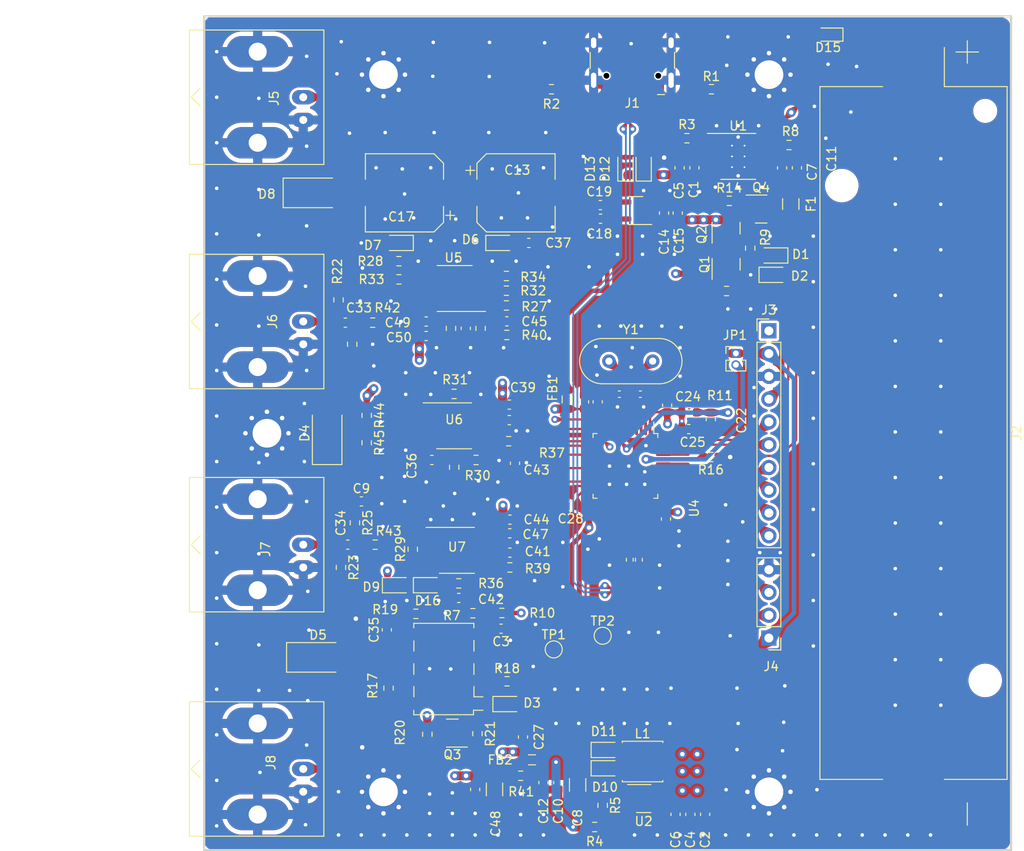
<source format=kicad_pcb>
(kicad_pcb (version 20240108) (generator "pcbnew") (generator_version "8.0")
  (layers (0 "F.Cu" signal) (1 "In1.Cu" signal) (2 "In2.Cu" signal) (31 "B.Cu" signal) (34 "B.Paste" user) (35 "F.Paste" user) (36 "B.SilkS" user "B.Silkscreen") (37 "F.SilkS" user "F.Silkscreen") (38 "B.Mask" user) (39 "F.Mask" user) (44 "Edge.Cuts" user))
  (net 0 "")
  (net 1 "GND")
  (net 2 "+5V")
  (net 3 "+VDC")
  (net 4 "+BATT")
  (net 5 "+12V")
  (net 6 "+3V0")
  (net 7 "/NRST")
  (net 8 "VDDA")
  (net 9 "+12VA")
  (net 10 "Net-(D6-K)")
  (net 11 "Net-(D6-A)")
  (net 12 "Net-(D7-A)")
  (net 13 "Net-(D4-A2)")
  (net 14 "Net-(U6--)")
  (net 15 "Net-(D4-A1)")
  (net 16 "Net-(U6-+)")
  (net 17 "Net-(C35-Pad1)")
  (net 18 "Net-(C35-Pad2)")
  (net 19 "/mr71_analog/1.5V_REF")
  (net 20 "Net-(U5A-+)")
  (net 21 "Net-(U7B-+)")
  (net 22 "ADC2")
  (net 23 "ADC1")
  (net 24 "Net-(C45-Pad1)")
  (net 25 "/BUT_P")
  (net 26 "Net-(D2-A)")
  (net 27 "Net-(D3-A)")
  (net 28 "Net-(D5-A2)")
  (net 29 "Net-(D10-A)")
  (net 30 "Net-(D12-A)")
  (net 31 "Net-(J1-CC1)")
  (net 32 "/USB_DP")
  (net 33 "/USB_DN")
  (net 35 "Net-(J1-CC2)")
  (net 37 "/LCD_RST")
  (net 38 "/LCD_D{slash}C")
  (net 39 "/LCD_MOSI")
  (net 40 "/LCD_SCK")
  (net 41 "Net-(D1-A)")
  (net 42 "/BOOT0")
  (net 43 "Net-(K1-Pad2)")
  (net 44 "Net-(K1-Pad4)")
  (net 45 "Net-(K1-Pad7)")
  (net 46 "/PA")
  (net 47 "Net-(Q3-G)")
  (net 48 "Net-(U1-PROG)")
  (net 49 "Net-(U2-FB)")
  (net 50 "/ADC3")
  (net 51 "RELAY")
  (net 52 "Net-(R27-Pad2)")
  (net 53 "Net-(R28-Pad2)")
  (net 54 "Net-(R31-Pad1)")
  (net 55 "Net-(R31-Pad2)")
  (net 56 "Net-(U5A--)")
  (net 57 "Net-(U5B--)")
  (net 58 "Net-(U7A--)")
  (net 59 "Net-(R37-Pad1)")
  (net 60 "DAC1_REF")
  (net 61 "DAC2_SIN")
  (net 62 "/BUT_S")
  (net 63 "/BUT_F")
  (net 64 "Net-(U4-PB11)")
  (net 65 "Net-(U4-PA9)")
  (net 83 "Net-(C33-Pad2)")
  (net 84 "Net-(C34-Pad2)")
  (net 85 "/mr71_analog/vb")
  (net 86 "/mr71_analog/vbo")
  (net 87 "Net-(D15-K)")
  (net 88 "Net-(U1-~{CHRG})")
  (net 89 "/SWDIO")
  (net 90 "/SWCLK")
  (net 91 "/.USB_DN")
  (net 92 "/.USB_DP")
  (net 93 "Net-(U4-PF0)")
  (net 94 "Net-(U4-PF1)")
  (net 95 "Net-(D16-K)")
  (net 96 "Net-(Q4-D)")
  (net 97 "Net-(Q2-S)")
  (net 98 "Net-(Q4-G)")
  (net 99 "Net-(U7B--)")
  (footprint "Diode_SMD:D_SOD-323" (layer "F.Cu") (at 130.042 85.536)
    (property "Reference" "D6")
    (property "Value" "1N4148WS")
  )
  (footprint "Capacitor_SMD:C_0603_1608Metric" (layer "F.Cu") (at 148.6615 103.6316 90)
    (property "Reference" "C24")
    (property "Value" "100n")
  )
  (footprint "Package_SO:SOIC-8_3.9x4.9mm_P1.27mm" (layer "F.Cu") (at 124.897 105.9322)
    (property "Reference" "U6")
    (property "Value" "INA128")
  )
  (footprint "Resistor_SMD:R_0603_1608Metric" (layer "F.Cu") (at 141.469 148.274 -90)
    (property "Reference" "R5")
    (property "Value" "10K")
  )
  (footprint "Resistor_SMD:R_0603_1608Metric" (layer "F.Cu") (at 120.632 126.907)
    (property "Reference" "R19")
    (property "Value" "33R")
  )
  (footprint "Package_SO:SOIC-8-1EP_3.9x4.9mm_P1.27mm_EP2.41x3.3mm_ThermalVias" (layer "F.Cu") (at 156.5932 75.881)
    (property "Reference" "U1")
    (property "Value" "TP4056")
  )
  (footprint "Capacitor_SMD:C_0603_1608Metric" (layer "F.Cu") (at 121.784 95.918)
    (property "Reference" "C50")
    (property "Value" "4.7u")
  )
  (footprint "Capacitor_SMD:C_1206_3216Metric" (layer "F.Cu") (at 138.675 145.988 -90)
    (property "Reference" "C8")
    (property "Value" "22u")
  )
  (footprint "Resistor_SMD:R_0603_1608Metric" (layer "F.Cu") (at 153.597 68.391)
    (property "Reference" "R1")
    (property "Value" "5.1K")
  )
  (footprint "Capacitor_SMD:C_0402_1005Metric_Pad0.74x0.62mm_HandSolder" (layer "F.Cu") (at 143.3275 102.4086)
    (property "Reference" "C21" (hide yes))
    (property "Value" "22pf")
  )
  (footprint "Resistor_SMD:R_0603_1608Metric" (layer "F.Cu") (at 120.2854 119.699 -90)
    (property "Reference" "R29")
    (property "Value" "300")
  )
  (footprint "Package_TO_SOT_SMD:SOT-23" (layer "F.Cu") (at 159.1474 81.7514)
    (property "Reference" "Q4")
    (property "Value" "IRLML6402")
  )
  (footprint "Capacitor_SMD:C_0603_1608Metric" (layer "F.Cu") (at 132.579 140.654 90)
    (property "Reference" "C27")
    (property "Value" "4.7u")
  )
  (footprint "Capacitor_SMD:C_0603_1608Metric" (layer "F.Cu") (at 131.1188 116.397)
    (property "Reference" "C44")
    (property "Value" "100n")
  )
  (footprint "Capacitor_SMD:C_0603_1608Metric" (layer "F.Cu") (at 163.1352 77.154 90)
    (property "Reference" "C11")
    (property "Value" "100n")
  )
  (footprint "Resistor_SMD:R_0603_1608Metric" (layer "F.Cu") (at 157.9282 86.1202 90)
    (property "Reference" "R9")
    (property "Value" "10K")
  )
  (footprint "Resistor_SMD:R_0603_1608Metric" (layer "F.Cu") (at 130.984 107.6482)
    (property "Reference" "R37")
    (property "Value" "300")
  )
  (footprint "Resistor_SMD:R_0603_1608Metric" (layer "F.Cu") (at 125.4162 123.509)
    (property "Reference" "R36")
    (property "Value" "300")
  )
  (footprint "Resistor_SMD:R_0603_1608Metric" (layer "F.Cu") (at 113.529 96.839 -90)
    (property "Reference" "R24" (hide yes))
    (property "Value" "1M")
  )
  (footprint "Capacitor_SMD:C_0603_1608Metric" (layer "F.Cu") (at 126.199 95.061 90)
    (property "Reference" "C40" (hide yes))
    (property "Value" "100P")
  )
  (footprint "Resistor_SMD:R_0603_1608Metric" (layer "F.Cu") (at 153.534 109.412 180)
    (property "Reference" "R16")
    (property "Value" "10K")
  )
  (footprint "Resistor_SMD:R_0603_1608Metric" (layer "F.Cu") (at 130.228 126.811)
    (property "Reference" "R10")
    (property "Value" "10K")
  )
  (footprint "Resistor_SMD:R_0402_1005Metric_Pad0.72x0.64mm_HandSolder" (layer "F.Cu") (at 144.4916 120.872651 -90)
    (property "Reference" "R12" (hide yes))
    (property "Value" "33R")
  )
  (footprint "Capacitor_SMD:C_0603_1608Metric" (layer "F.Cu") (at 122.419 109.7422)
    (property "Reference" "C36")
    (property "Value" "100N")
  )
  (footprint "Diode_SMD:D_SOD-323" (layer "F.Cu") (at 130.835 136.971)
    (property "Reference" "D3")
    (property "Value" "1N4148WS")
  )
  (footprint "Capacitor_SMD:C_0603_1608Metric" (layer "F.Cu") (at 114.558 114.365)
    (property "Reference" "C9")
    (property "Value" "100n")
  )
  (footprint "Package_TO_SOT_SMD:SOT-23" (layer "F.Cu") (at 155.2358 83.885 90)
    (property "Reference" "Q2")
    (property "Value" "IRLML6402")
  )
  (footprint "Resistor_SMD:R_0603_1608Metric" (layer "F.Cu") (at 121.911 140.336 -90)
    (property "Reference" "R20")
    (property "Value" "10K")
  )
  (footprint "Capacitor_SMD:C_0603_1608Metric" (layer "F.Cu") (at 149.597 149.277 -90)
    (property "Reference" "C6")
    (property "Value" "100n")
  )
  (footprint "Resistor_SMD:R_0603_1608Metric" (layer "F.Cu") (at 124.9082 110.555 -90)
    (property "Reference" "R26" (hide yes))
    (property "Value" "1M")
  )
  (footprint "Capacitor_SMD:C_0603_1608Metric" (layer "F.Cu") (at 137.9 114.873 180)
    (property "Reference" "C28")
    (property "Value" "100n")
  )
  (footprint "Capacitor_SMD:C_0603_1608Metric" (layer "F.Cu") (at 151.0745 106.2986)
    (property "Reference" "C25")
    (property "Value" "100n")
  )
  (footprint "Resistor_SMD:R_0603_1608Metric" (layer "F.Cu") (at 162.2462 74.614)
    (property "Reference" "R8")
    (property "Value" "1k")
  )
  (footprint "Resistor_SMD:R_0603_1608Metric" (layer "F.Cu") (at 127.3466 109.7422)
    (property "Reference" "R30")
    (property "Value" "51")
  )
  (footprint "Capacitor_SMD:C_0603_1608Metric" (layer "F.Cu") (at 133.23 85.536 180)
    (property "Reference" "C37")
    (property "Value" "1N")
  )
  (footprint "Package_QFP:LQFP-48_7x7mm_P0.5mm" (layer "F.Cu") (at 144.009 110.4026 -90)
    (property "Reference" "U4")
    (property "Value" "STM32F303CBTx" (hide yes))
  )
  (footprint "Resistor_SMD:R_0603_1608Metric" (layer "F.Cu") (at 130.73 92.51 180)
    (property "Reference" "R27")
    (property "Value" "51")
  )
  (footprint "Resistor_SMD:R_0603_1608Metric" (layer "F.Cu") (at 117.584 135.193 -90)
    (property "Reference" "R17")
    (property "Value" "13K")
  )
  (footprint "Capacitor_SMD:C_0603_1608Metric" (layer "F.Cu") (at 140.9145 103.2636 90)
    (property "Reference" "C30" (hide yes))
    (property "Value" "100n")
  )
  (footprint "Capacitor_SMD:C_0603_1608Metric" (layer "F.Cu") (at 152.899 149.277 -90)
    (property "Reference" "C2")
    (property "Value" "10u")
  )
  (footprint "Capacitor_SMD:C_0603_1608Metric" (layer "F.Cu") (at 136.516 145.734 -90)
    (property "Reference" "C10")
    (property "Value" "4.7u")
  )
  (footprint "Connector_PinHeader_1.27mm:PinHeader_1x02_P1.27mm_Vertical" (layer "F.Cu") (at 156.328 97.855)
    (property "Reference" "JP1")
    (property "Value" "Jumper_2_Open")
  )
  (footprint "LED_SMD:LED_0603_1608Metric_Pad1.05x0.95mm_HandSolder" (layer "F.Cu") (at 166.615 62.295 180)
    (property "Reference" "D15")
    (property "Value" "~")
  )
  (footprint "Capacitor_SMD:C_0603_1608Metric" (layer "F.Cu") (at 141.204 81.311 180)
    (property "Reference" "C19")
    (property "Value" "100n")
  )
  (footprint "TestPoint:TestPoint_Pad_D1.5mm" (layer "F.Cu") (at 136.008 130.875)
    (property "Reference" "TP1")
    (property "Value" "TestPoint")
  )
  (footprint "Capacitor_SMD:C_0603_1608Metric" (layer "F.Cu") (at 141.23 82.835 180)
    (property "Reference" "C18")
    (property "Value" "10u")
  )
  (footprint "Capacitor_SMD:C_0603_1608Metric" (layer "F.Cu") (at 131.12 120.08 180)
    (property "Reference" "C41")
    (property "Value" "100P")
  )
  (footprint "Diode_SMD:D_SMA" (layer "F.Cu") (at 110.735 106.745 90)
    (property "Reference" "D4")
    (property "Value" "SMAJ26CA")
  )
  (footprint "Capacitor_SMD:C_0603_1608Metric" (layer "F.Cu") (at 125.4162 125.1346)
    (property "Reference" "C42")
    (property "Value" "1N")
  )
  (footprint "MountingHole:MountingHole_3.2mm_M3_Pad_Via" (layer "F.Cu") (at 117.019 146.763)
    (property "Reference" "H4" (hide yes))
    (property "Value" "MountingHole_Pad")
  )
  (footprint "Diode_SMD:D_SOD-323" (layer "F.Cu") (at 160.519 86.933 180)
    (property "Reference" "D1")
    (property "Value" "1N4148WS")
  )
  (footprint "Inductor_SMD:L_Changjiang_FNR4020S" (layer "F.Cu") (at 145.9196 143.3818 180)
    (property "Reference" "L1")
    (property "Value" "10UH")
  )
  (footprint "Diode_SMD:D_SOD-323" (layer "F.Cu") (at 160.519 89.092)
    (property "Reference" "D2")
    (property "Value" "1N4148WS")
  )
  (footprint "Package_SO:SOIC-8_3.9x4.9mm_P1.27mm" (layer "F.Cu") (at 125.213 119.826)
    (property "Reference" "U7")
    (property "Value" "TLV9062xD")
  )
  (footprint "Crystal:Crystal_HC49-4H_Vertical" (layer "F.Cu") (at 142.1686 98.7186)
    (property "Reference" "Y1")
    (property "Value" "Crystal")
  )
  (footprint "Capacitor_SMD:C_0603_1608Metric" (layer "F.Cu") (at 117.3898 128.6906 90)
    (property "Reference" "C35")
    (property "Value" "220N")
  )
  (footprint "Diode_SMD:D_SOD-323" (layer "F.Cu") (at 146.041 77.027 90)
    (property "Reference" "D12")
    (property "Value" "1N5819WS")
  )
  (footprint "Resistor_SMD:R_0603_1608Metric" (layer "F.Cu") (at 155.2866 90.8954 180)
    (property "Reference" "R6" (hide yes))
    (property "Value" "10K")
  )
  (footprint "Capacitor_SMD:CP_Elec_8x10.5" (layer "F.Cu") (at 131.803 79.948)
    (property "Reference" "C13")
    (property "Value" "220uf")
  )
  (footprint "Capacitor_SMD:C_0603_1608Metric" (layer "F.Cu") (at 113.034 119.191)
    (property "Reference" "C34")
    (property "Value" "220N")
  )
  (footprint "Relay_SMD:Relay_DPDT_Omron_G6K-2F" (layer "F.Cu") (at 123.76 133.065 180)
    (property "Reference" "K1" (hide yes))
    (property "Value" "G6K-2")
  )
  (footprint "Capacitor_SMD:C_0603_1608Metric" (layer "F.Cu") (at 150.0542 77.154 -90)
    (property "Reference" "C5")
    (property "Value" "100n")
  )
  (footprint "Capacitor_SMD:C_0603_1608Metric" (layer "F.Cu") (at 151.248 149.277 -90)
    (property "Reference" "C4")
    (property "Value" "10u")
  )
  (footprint "Package_TO_SOT_SMD:SOT-23-6" (layer "F.Cu") (at 146.0521 147.5118)
    (property "Reference" "U2")
    (property "Value" "MT3608")
  )
  (footprint "Capacitor_SMD:C_0603_1608Metric" (layer "F.Cu") (at 130.1406 128.5636 180)
    (property "Reference" "C3")
    (property "Value" "100n")
  )
  (footprint "Inductor_SMD:L_0805_2012Metric" (layer "F.Cu") (at 137.5066 102.9858 -90)
    (property "Reference" "FB1")
    (property "Value" "1k@100M")
  )
  (footprint "Diode_SMD:D_SMA" (layer "F.Cu") (at 109.338 79.948)
    (property "Reference" "D8")
    (property "Value" "SMAJ26CA")
  )
  (footprint "Battery:Battery_1x18650_smd" (layer "F.Cu") (at 176.141 106.734 -90)
    (property "Reference" "J2")
    (property "Value" "1.25MM")
  )
  (footprint "Capacitor_SMD:C_0603_1608Metric" (layer "F.Cu") (at 153.534 105.234 90)
    (property "Reference" "C22")
    (property "Value" "100n")
  )
  (footprint "Capacitor_SMD:CP_Elec_8x10.5" (layer "F.Cu") (at 119.357 79.948 180)
    (property "Reference" "C17")
    (property "Value" "220uf")
  )
  (footprint "Capacitor_SMD:C_0603_1608Metric" (layer "F.Cu") (at 161.4842 77.167 90)
    (property "Reference" "C7")
    (property "Value" "10u")
  )
  (footprint "MountingHole:MountingHole_3.2mm_M3_Pad_Via" (layer "F.Cu") (at 160.019 146.763)
    (property "Reference" "H3" (hide yes))
    (property "Value" "MountingHole_Pad")
  )
  (footprint "Capacitor_SMD:C_0603_1608Metric" (layer "F.Cu") (at 148.316 82.2 90)
    (property "Reference" "C14")
    (property "Value" "10u")
  )
  (footprint "Package_TO_SOT_SMD:SOT-23-5" (layer "F.Cu") (at 145.1465 81.919 180)
    (property "Reference" "U3" (hide yes))
    (property "Value" "XC6210B332MR")
  )
  (footprint "Resistor_SMD:R_0603_1608Metric" (layer "F.Cu") (at 115.1445 107.824 -90)
    (property "Reference" "R45")
    (property "Value" "10k")
  )
  (footprint "Diode_SMD:D_SOD-323" (layer "F.Cu") (at 118.736 85.536 180)
    (property "Reference" "D7")
    (property "Value" "1N4148WS" (hide yes))
  )
  (footprint "Resistor_SMD:R_0603_1608Metric" (layer "F.Cu") (at 127.85 95.061 -90)
    (property "Reference" "R38" (hide yes))
    (property "Value" "7.5K")
  )
  (footprint "Package_TO_SOT_SMD:SOT-23" (layer "F.Cu") (at 124.705 140.209 180)
    (property "Reference" "Q3")
    (property "Value" "2N7002K")
  )
  (footprint "Resistor_SMD:R_0603_1608Metric" (layer "F.Cu") (at 155.5914 80.837)
    (property "Reference" "R14")
    (property "Value" "10K")
  )
  (footprint "Diode_SMD:D_SOD-323" (layer "F.Cu") (at 141.7906 144.1338)
    (property "Reference" "D10")
    (property "Value" "1N5819WS")
  )
  (footprint "Capacitor_SMD:C_0603_1608Metric" (layer "F.Cu") (at 127.245 146.496 90)
    (property "Reference" "C46" (hide yes))
    (property "Value" "100n")
  )
  (footprint "Resistor_SMD:R_0603_1608Metric" (layer "F.Cu") (at 130.801 134.431)
    (property "Reference" "R18")
    (property "Value" "10K")
  )
  (footprint "Capacitor_SMD:C_0603_1608Metric" (layer "F.Cu") (at 130.778 94.277)
    (property "Reference" "C45")
    (property "Value" "22P")
  )
  (footprint "MountingHole:MountingHole_3.2mm_M3_Pad_Via" (layer "F.Cu") (at 160.019 66.763)
    (property "Reference" "H2" (hide yes))
    (property "Value" "MountingHole_Pad")
  )
  (footprint "Connector_Coaxial:BNC_Amphenol_B6252HB-NPP3G-50_Horizontal" (layer "F.Cu") (at 108.068 69.28 90)
    (property "Reference" "J5")
    (property "Value" "SMA")
  )
  (footprint "Resistor_SMD:R_0603_1608Metric" (layer "F.Cu") (at 151.121 104.4336 180)
    (property "Reference" "R11")
    (property "Value" "10K")
  )
  (footprint "Resistor_SMD:R_0603_1608Metric" (layer "F.Cu") (at 126.991 126.8364)
    (property "Reference" "R7")
    (property "Value" "10K")
  )
  (footprint "Resistor_SMD:R_0603_1608Metric" (layer "F.Cu") (at 135.754 68.391 180)
    (property "Reference" "R2")
    (property "Value" "5.1K")
  )
  (footprint "Resistor_SMD:R_0603_1608Metric" (layer "F.Cu") (at 118.736 87.568 180)
    (property "Reference" "R28")
    (property "Value" "51")
  )
  (footprint "Resistor_SMD:R_0603_1608Metric" (layer "F.Cu") (at 115.1445 104.775 -90)
    (property "Reference" "R44")
    (property "Value" "10k")
  )
  (footprint "Resistor_SMD:R_0603_1608Metric" (layer "F.Cu") (at 112.005 91.886 -90)
    (property "Reference" "R22")
    (property "Value" "3K")
  )
  (footprint "Capacitor_SMD:C_0402_1005Metric_Pad0.74x0.62mm_HandSolder" (layer "F.Cu") (at 145.673 102.4086 180)
    (property "Reference" "C20" (hide yes))
    (property "Value" "22pf" (hide yes))
  )
  (footprint "Resistor_SMD:R_0603_1608Metric" (layer "F.Cu") (at 150.867 73.852 180)
    (property "Reference" "R3")
    (property "Value" "5.1K")
  )
  (footprint "Resistor_SMD:R_0603_1608Metric" (layer "F.Cu") (at 130.73 90.859)
    (property "Reference" "R32")
    (property "Value" "6.2K")
  )
  (footprint "Capacitor_SMD:C_0603_1608Metric" (layer "F.Cu") (at 121.784 94.299)
    (property "Reference" "C49")
    (property "Value" "100n")
  )
  (footprint "Connector_Coaxial:BNC_Amphenol_B6252HB-NPP3G-50_Horizontal" (layer "F.Cu") (at 108.068 94.299 90)
    (property "Reference" "J6")
    (property "Value" "SMA")
  )
  (footprint "Inductor_SMD:L_0805_2012Metric" (layer "F.Cu") (at 133.595 143.194 180)
    (property "Reference" "FB2")
    (property "Value" "1k@100M")
  )
  (footprint "Resistor_SMD:R_0603_1608Metric" (layer "F.Cu") (at 130.778 95.801)
    (property "Reference" "R40")
    (property "Value" "7.5K")
  )
  (footprint "Resistor_SMD:R_0603_1608Metric" (layer "F.Cu") (at 112.277 121.731 -90)
    (property "Reference" "R23")
    (property "Value" "3K")
  )
  (footprint "Resistor_SMD:R_0603_1608Metric" (layer "F.Cu") (at 124.897 102.3762 180)
    (property "Reference" "R31")
    (property "Value" "3.6K")
  )
  (footprint "Resistor_SMD:R_0603_1608Metric" (layer "F.Cu") (at 124.548 95.061 -90)
    (property "Reference" "R35" (hide yes))
    (property "Value" "3K")
  )
  (footprint "TestPoint:TestPoint_Pad_D1.5mm" (layer "F.Cu") (at 141.469 129.351)
    (property "Reference" "TP2")
    (property "Value" "TestPoint")
  )
  (footprint "Fuse:Fuse_1206_3216Metric" (layer "F.Cu") (at 162.4494 81.1926 90)
    (property "Reference" "F1")
    (property "Value" "1a")
  )
  (footprint "Capacitor_SMD:C_0603_1608Metric" (layer "F.Cu") (at 112.767 94.426)
    (property "Reference" "C33")
    (property "Value" "220N")
  )
  (footprint "Capacitor_SMD:C_0603_1608Metric" (layer "F.Cu") (at 131.055 105.2972)
    (property "Reference" "C39")
    (property "Value" "4.7u")
  )
  (footprint "Diode_SMD:D_SMA" (layer "F.Cu") (at 109.719 131.764)
    (property "Reference" "D5")
    (property "Value" "SMAJ26CA")
  )
  (footprint "Capacitor_SMD:C_0603_1608Metric" (layer "F.Cu") (at 149.84 82.2 90)
    (property "Reference" "C15")
    (property "Value" "100n")
  )
  (footprint "Capacitor_SMD:C_1206_3216Metric" (layer "F.Cu") (at 129.404 146.496 90)
    (property "Reference" "C48")
    (property "Value" "22u")
  )
  (footprint "MountingHole:MountingHole_3.2mm_M3_Pad_Via" (layer "F.Cu") (at 104.019 106.763)
    (property "Reference" "H5" (hide yes))
    (property "Value" "MountingHole_Pad")
  )
  (footprint "Resistor_SMD:R_0603_1608Metric" (layer "F.Cu") (at 131.12 121.731)
    (property "Reference" "R39")
    (property "Value" "300")
  )
  (footprint "Package_SO:SOIC-8_3.9x4.9mm_P1.27mm" (layer "F.Cu") (at 124.959 90.616 180)
    (property "Reference" "U5")
    (property "Value" "~")
  )
  (footprint "Resistor_SMD:R_0603_1608Metric" (layer "F.Cu") (at 130.73 89.219 180)
    (property "Reference" "R34")
    (property "Value" "3K")
  )
  (footprint "Resistor_SMD:R_0603_1608Metric" (layer "F.Cu") (at 127.499 140.273 -90)
    (property "Reference" "R21")
    (property "Value" "100k")
  )
  (footprint "Capacitor_SMD:C_0603_1608Metric" (layer "F.Cu") (at 131.055 103.57)
    (property "Reference" "C38" (hide yes))
    (property "Value" "100n")
  )
  (footprint "Connector_USB:USB_C_Receptacle_HCTL_HC-TYPE-C-16P-01A" (layer "F.Cu") (at 144.78 64.283 180)
    (property "Reference" "J1")
    (property "Value" "TYPE_C_16P")
  )
  (footprint "Resistor_SMD:R_0603_1608Metric" (layer "F.Cu") (at 118.736 89.6)
    (property "Reference" "R33")
    (property "Value" "6.2K" (hide yes))
  )
  (footprint "Connector_Coaxial:BNC_Amphenol_B6252HB-NPP3G-50_Horizontal" (layer "F.Cu") (at 108.068 144.21 90)
    (property "Reference" "J8")
    (property "Value" "SMA")
  )
  (footprint "Capacitor_SMD:C_0603_1608Metric" (layer "F.Cu") (at 151.7052 77.154 -90)
    (property "Reference" "C1")
    (property "Value" "10u")
  )
  (footprint "Capacitor_SMD:C_0603_1608Metric" (layer "F.Cu") (at 131.69 110.1102 90)
    (property "Reference" "C43")
    (property "Value" "1N")
  )
  (footprint "Package_TO_SOT_SMD:SOT-23" (layer "F.Cu") (at 155.2358 87.9213 90)
    (property "Reference" "Q1")
    (property "Value" "2N7002K")
  )
  (footprint "Capacitor_SMD:C_0603_1608Metric" (layer "F.Cu") (at 139.3905 103.2636 90)
    (property "Reference" "C23" (hide yes))
    (property "Value" "10u")
  )
  (footprint "Capacitor_SMD:C_0603_1608Metric" (layer "F.Cu") (at 148.529 116.331601 -90)
    (property "Reference" "C26" (hide yes))
    (property "Value" "100n")
  )
  (footprint "Capacitor_SMD:C_0603_1608Metric" (layer "F.Cu") (at 134.865 145.734 -90)
    (property "Reference" "C12")
    (property "Value" "100n")
  )
  (footprint "Connector_PinHeader_2.54mm:PinHeader_1x10_P2.54mm_Vertical" (layer "F.Cu") (at 160.011 95.3404)
    (property "Reference" "J3")
    (property "Value" "~")
  )
  (footprint "Resistor_SMD:R_0603_1608Metric" (layer "F.Cu") (at 115.815 94.426)
    (property "Reference" "R42")
    (property "Value" "300")
  )
  (footprint "Resistor_SMD:R_0603_1608Metric" (layer "F.Cu") (at 140.58 150.687)
    (property "Reference" "R4")
    (property "Value" "180K")
  )
  (footprint "Diode_SMD:D_SOD-323" (layer "F.Cu") (at 121.9618 123.7122)
    (property "Reference" "D16")
    (property "Value" "1N4148WS")
  )
  (footprint "Resistor_SMD:R_0402_1005Metric_Pad0.72x0.64mm_HandSolder" (layer "F.Cu") (at 145.5076 120.872651 -90)
    (property "Reference" "R13" (hide yes))
    (property "Value" "33R")
  )
  (footprint "Connector_Coaxial:BNC_Amphenol_B6252HB-NPP3G-50_Horizontal" (layer "F.Cu") (at 108.068 119.191 90)
    (property "Reference" "J7")
    (property "Value" "SMA")
  )
  (footprint "Diode_SMD:D_SOD-323" (layer "F.Cu") (at 144.009 77.027 90)
    (property "Reference" "D13")
    (property "Value" "1N5819WS")
  )
  (footprint "Resistor_SMD:R_0603_1608Metric" (layer "F.Cu") (at 116.087 119.191)
    (property "Reference" "R43")
    (property "Value" "300")
  )
  (footprint "Resistor_SMD:R_0603_1608Metric" (layer "F.Cu") (at 113.8338 116.7526 -90)
    (property "Reference" "R25")
    (property "Value" "1M")
  )
  (footprint "Diode_SMD:D_SOD-323" (layer "F.Cu") (at 118.5074 123.7122)
    (property "Reference" "D9")
    (property "Value" "1N4148WS")
  )
  (footprint "Capacitor_SMD:C_0603_1608Metric" (layer "F.Cu") (at 131.1058 117.921)
    (property "Reference" "C47")
    (property "Value" "10u")
  )
  (footprint "MountingHole:MountingHole_3.2mm_M3_Pad_Via" (layer "F.Cu") (at 117.019 66.763)
    (property "Reference" "H1" (hide yes))
    (property "Value" "MountingHole_Pad")
  )
  (footprint "Resistor_SMD:R_0603_1608Metric" (layer "F.Cu") (at 132.325 144.972)
    (property "Reference" "R41")
    (property "Value" "51")
  )
  (footprint "Connector_PinHeader_2.54mm:PinHeader_1x04_P2.54mm_Vertical" (layer "F.Cu") (at 160.011 129.605 180)
    (property "Reference" "J4")
    (property "Value" "SWD")
  )
  (footprint "Diode_SMD:D_SOD-323" (layer "F.Cu") (at 141.7906 142.0888)
    (property "Reference" "D11")
    (property "Value" "1N5819WS")
  )
  (gr_line (start 97.019 153.263) (end 187.019 153.263) (stroke (width 0.25)) (layer "Edge.Cuts"))
  (gr_line (start 187.019 60.263) (end 97.019 60.263) (stroke (width 0.25)) (layer "Edge.Cuts"))
  (gr_line (start 187.019 153.263) (end 187.019 60.263) (stroke (width 0.25)) (layer "Edge.Cuts"))
  (gr_line (start 97.019 60.263) (end 97.019 153.263) (stroke (width 0.25)) (layer "Edge.Cuts"))
  (segment (start 146.041 149.671) (end 146.168 149.798) (width 0.25) (layer "F.Cu") (net 1))
  (segment (start 139.8465 112.6526) (end 141.0224 112.6526) (width 0.25) (layer "F.Cu") (net 1))
  (segment (start 149.84 81.425) (end 151.041 81.425) (width 0.25) (layer "F.Cu") (net 1))
  (segment (start 148.454 76.011) (end 148.822 76.379) (width 0.5) (layer "F.Cu") (net 1))
  (segment (start 156.1858 88.8588) (end 157.7458 88.8588) (width 0.5) (layer "F.Cu") (net 1))
  (segment (start 154.1182 76.516) (end 151.258 76.516) (width 0.25) (layer "F.Cu") (net 1))
  (segment (start 123.0118 122.0048) (end 122.738 121.731) (width 0.25) (layer "F.Cu") (net 1))
  (segment (start 124.548 95.886) (end 126.149 95.886) (width 0.25) (layer "F.Cu") (net 1))
  (segment (start 154.359 109.412) (end 155.693 109.412) (width 0.5) (layer "F.Cu") (net 1))
  (segment (start 147.98 68.028) (end 147.98 75.537) (width 0.5) (layer "F.Cu") (net 1))
  (segment (start 144.9146 147.5118) (end 145.6598 147.5118) (width 0.3) (layer "F.Cu") (net 1))
  (segment (start 121.644 109.552) (end 122.422 108.774) (width 0.5) (layer "F.Cu") (net 1))
  (segment (start 140.455 82.835) (end 140.455 84.137) (width 0.25) (layer "F.Cu") (net 1))
  (segment (start 146.041 147.893) (end 146.041 149.671) (width 0.3) (layer "F.Cu") (net 1))
  (segment (start 142.993 103.824) (end 143.12 103.824) (width 0.25) (layer "F.Cu") (net 1))
  (segment (start 148.327 76.011) (end 148.454 76.011) (width 0.5) (layer "F.Cu") (net 1))
  (segment (start 155.693 109.412) (end 155.693008 109.411992) (width 0.5) (layer "F.Cu") (net 1))
  (segment (start 124.578 126.811) (end 124.578 125.1978) (width 0.25) (layer "F.Cu") (net 1))
  (segment (start 140.429 79.591) (end 140.453 79.567) (width 0.25) (layer "F.Cu") (net 1))
  (segment (start 124.3494 126.811) (end 126.1406 126.811) (width 0.25) (layer "F.Cu") (net 1))
  (segment (start 147.512601 117.106601) (end 148.529 117.106601) (width 0.25) (layer "F.Cu") (net 1))
  (segment (start 146.259 114.5651) (end 146.259 115.853) (width 0.25) (layer "F.Cu") (net 1))
  (segment (start 123.0118 123.7122) (end 123.0118 122.0048) (width 0.25) (layer "F.Cu") (net 1))
  (segment (start 122.559 95.918) (end 122.559 94.299) (width 0.25) (layer "F.Cu") (net 1))
  (segment (start 145.6598 147.5118) (end 146.041 147.893) (width 0.3) (layer "F.Cu") (net 1))
  (segment (start 147.1946 108.1526) (end 147.184 108.142) (width 0.25) (layer "F.Cu") (net 1))
  (segment (start 140.9145 102.4886) (end 141.6576 102.4886) (width 0.25) (layer "F.Cu") (net 1))
  (segment (start 141.469 147.449) (end 138.689 147.449) (width 0.25) (layer "F.Cu") (net 1))
  (segment (start 122.422 108.774) (end 122.422 107.8372) (width 0.5) (layer "F.Cu") (net 1))
  (segment (start 143.259 109.654) (end 143.12 109.793) (width 0.25) (layer "F.Cu") (net 1))
  (segment (start 141.469 147.449) (end 144.8518 147.449) (width 0.25) (layer "F.Cu") (net 1))
  (segment (start 159.0682 76.516) (end 162.9982 76.516) (width 0.25) (layer "F.Cu") (net 1))
  (segment (start 146.259 115.853) (end 147.512601 117.106601) (width 0.25) (layer "F.Cu") (net 1))
  (segment (start 126.1406 126.811) (end 126.166 126.8364) (width 0.25) (layer "F.Cu") (net 1))
  (segment (start 148.2135 102.4086) (end 148.6615 102.8566) (width 0.25) (layer "F.Cu") (net 1))
  (segment (start 122.559 95.918) (end 126.117 95.918) (width 0.25) (layer "F.Cu") (net 1))
  (segment (start 137.125 113.883) (end 138.3554 112.6526) (width 0.25) (layer "F.Cu") (net 1))
  (segment (start 143.259 106.2401) (end 143.259 103.963) (width 0.25) (layer "F.Cu") (net 1))
  (segment (start 140.9145 102.4886) (end 139.3905 102.4886) (width 0.25) (layer "F.Cu") (net 1))
  (segment (start 131.8938 120.0788) (end 131.895 120.08) (width 1) (layer "F.Cu") (net 1))
  (segment (start 146.2405 102.4086) (end 148.2135 102.4086) (width 0.25) (layer "F.Cu") (net 1))
  (segment (start 125.6425 139.259) (end 127.31 139.259) (width 0.25) (layer "F.Cu") (net 1))
  (segment (start 146.259 114.5651) (end 146.259 113.131) (width 0.25) (layer "F.Cu") (net 1))
  (segment (start 141.0224 112.6526) (end 141.088 112.587) (width 0.25) (layer "F.Cu") (net 1))
  (segment (start 148.316 81.425) (end 149.84 81.425) (width 0.25) (layer "F.Cu") (net 1))
  (segment (start 151.692 73.852) (end 153.9942 73.852) (width 0.25) (layer "F.Cu") (net 1))
  (segment (start 151.7052 76.379) (end 151.121 76.379) (width 0.5) (layer "F.Cu") (net 1))
  (segment (start 148.822 76.379) (end 150.0542 76.379) (width 0.5) (layer "F.Cu") (net 1))
  (segment (start 146.259 113.131) (end 146.295 113.095) (width 0.25) (layer "F.Cu") (net 1))
  (segment (start 143.259 103.963) (end 143.12 103.824) (width 0.25) (layer "F.Cu") (net 1))
  (segment (start 147.822 81.919) (end 148.316 81.425) (width 0.5) (layer "F.Cu") (net 1))
  (segment (start 151.258 76.516) (end 151.121 76.379) (width 0.25) (layer "F.Cu") (net 1))
  (segment (start 137.125 114.873) (end 137.125 113.883) (width 0.25) (layer "F.Cu") (net 1))
  (segment (start 138.3554 112.6526) (end 139.8465 112.6526) (width 0.25) (layer "F.Cu") (net 1))
  (segment (start 154.1182 76.516) (end 159.0682 76.516) (width 0.5) (layer "F.Cu") (net 1))
  (segment (start 153.28 80.837) (end 152.264 79.821) (width 0.25) (layer "F.Cu") (net 1))
  (segment (start 140.429 81.311) (end 140.429 79.591) (width 0.25) (layer "F.Cu") (net 1))
  (segment (start 134.929 68.391) (end 133.341 68.391) (width 0.25) (layer "F.Cu") (net 1))
  (segment (start 140.455 84.137) (end 139.945 84.647) (width 0.25) (layer "F.Cu") (net 1))
  (segment (start 131.8938 116.397) (end 131.8938 120.0788) (width 1) (layer "F.Cu") (net 1))
  (segment (start 148.327 75.884) (end 148.327 76.011) (width 0.5) (layer "F.Cu") (net 1))
  (segment (start 148.1715 108.1526) (end 149.9955 108.1526) (width 0.25) (layer "F.Cu") (net 1))
  (segment (start 154.7664 80.837) (end 153.28 80.837) (width 0.25) (layer "F.Cu") (net 1))
  (segment (start 148.1715 108.1526) (end 147.1946 108.1526) (width 0.25) (layer "F.Cu") (net 1))
  (segment (start 147.98 75.537) (end 148.327 75.884) (width 0.5) (layer "F.Cu") (net 1))
  (segment (start 141.6576 102.4886) (end 142.993 103.824) (width 0.25) (layer "F.Cu") (net 1))
  (segment (start 157.7458 88.8588) (end 157.979 89.092) (width 0.5) (layer "F.Cu") (net 1))
  (segment (start 149.9955 108.1526) (end 151.8495 106.2986) (width 0.25) (layer "F.Cu") (net 1))
  (segment (start 146.284 81.919) (end 147.822 81.919) (width 0.5) (layer "F.Cu") (net 1))
  (segment (start 151.041 81.425) (end 151.121 81.345) (width 0.25) (layer "F.Cu") (net 1))
  (segment (start 151.121 76.379) (end 150.0542 76.379) (width 0.5) (layer "F.Cu") (net 1))
  (segment (start 124.578 126.811) (end 124.3494 126.811) (width 0.25) (layer "F.Cu") (net 1))
  (segment (start 142.76 102.4086) (end 140.9945 102.4086) (width 0.25) (layer "F.Cu") (net 1))
  (segment (start 124.3494 126.811) (end 121.553 126.811) (width 0.25) (layer "F.Cu") (net 1))
  (segment (start 143.259 106.2401) (end 143.259 109.654) (width 0.25) (layer "F.Cu") (net 1))
  (via (at 98.416 115) (size 0.8) (drill 0.4) (layers "F.Cu" "B.Cu") (net 1))
  (via (at 122.292 116.397) (size 0.8) (drill 0.4) (layers "F.Cu" "B.Cu") (net 1))
  (via (at 113.9354 127.446) (size 1) (drill 0.5) (layers "F.Cu" "B.Cu") (net 1))
  (via (at 166.361 73.852) (size 0.8) (drill 0.4) (layers "F.Cu" "B.Cu") (net 1))
  (via (at 150.105 100.395) (size 0.8) (drill 0.4) (layers "F.Cu" "B.Cu") (net 1))
  (via (at 164.964 84.774) (size 0.8) (drill 0.4) (layers "F.Cu" "B.Cu") (net 1))
  (via (at 117.212 125.541) (size 0.8) (drill 0.4) (layers "F.Cu" "B.Cu") (net 1))
  (via (at 140.834 100.268) (size 0.8) (drill 0.4) (layers "F.Cu" "B.Cu") (net 1))
  (via (at 134.865 149.29) (size 0.8) (drill 0.4) (layers "F.Cu" "B.Cu") (net 1))
  (via (at 118.99 94.299) (size 0.8) (drill 0.4) (layers "F.Cu" "B.Cu") (net 1))
  (via (at 116.196 77.154) (size 0.8) (drill 0.4) (layers "F.Cu" "B.Cu") (net 1))
  (via (at 160.773 92.902) (size 0.8) (drill 0.4) (layers "F.Cu" "B.Cu") (net 1))
  (via (at 140.707 97.093) (size 0.8) (drill 0.4) (layers "F.Cu" "B.Cu") (net 1))
  (via (at 129.15 87.568) (size 0.8) (drill 0.4) (layers "F.Cu" "B.Cu") (net 1))
  (via (at 103.115 135.447) (size 0.8) (drill 0.4) (layers "F.Cu" "B.Cu") (net 1))
  (via (at 155.693 129.351) (size 0.8) (drill 0.4) (layers "F.Cu" "B.Cu") (net 1))
  (via (at 126.737 97.22) (size 0.8) (drill 0.4) (layers "F.Cu" "B.Cu") (net 1))
  (via (at 108.322 90.362) (size 0.8) (drill 0.4) (layers "F.Cu" "B.Cu") (net 1))
  (via (at 162.932 72.455) (size 0.8) (drill 0.4) (layers "F.Cu" "B.Cu") (net 1))
  (via (at 179.188 126.938) (size 0.8) (drill 0.4) (layers "F.Cu" "B.Cu") (net 1))
  (via (at 98.416 84.52) (size 0.8) (drill 0.4) (layers "F.Cu" "B.Cu") (net 1))
  (via (at 108.576 136.59) (size 0.8) (drill 0.4) (layers "F.Cu" "B.Cu") (net 1))
  (via (at 127.245 151.576) (size 0.8) (drill 0.4) (layers "F.Cu" "B.Cu") (net 1))
  (via (at 138.802 139.13) (size 0.8) (drill 0.4) (layers "F.Cu" "B.Cu") (net 1))
  (via (at 127.88 102.427) (size 0.8) (drill 0.4) (layers "F.Cu" "B.Cu") (net 1))
  (via (at 108.322 150.433) (size 0.8) (drill 0.4) (layers "F.Cu" "B.Cu") (net 1))
  (via (at 152.645 151.576) (size 0.8) (drill 0.4) (layers "F.Cu" "B.Cu") (net 1))
  (via (at 103.115 69.407) (size 0.8) (drill 0.4) (layers "F.Cu" "B.Cu") (net 1))
  (via (at 125.213 87.568) (size 0.8) (drill 0.4) (layers "F.Cu" "B.Cu") (net 1))
  (via (at 122.927 97.22) (size 0.8) (drill 0.4) (layers "F.Cu" "B.Cu") (net 1))
  (via (at 98.416 74.36) (size 0.8) (drill 0.4) (layers "F.Cu" "B.Cu") (net 1))
  (via (at 130.42 97.22) (size 0.8) (drill 0.4) (layers "F.Cu" "B.Cu") (net 1))
  (via (at 98.416 69.28) (size 0.8) (drill 0.4) (layers "F.Cu" "B.Cu") (net 1))
  (via (at 127.245 149.163) (size 0.8) (drill 0.4) (layers "F.Cu" "B.Cu") (net 1))
  (via (at 132.325 147.004) (size 0.8) (drill 0.4) (layers "F.Cu" "B.Cu") (net 1))
  (via (at 122.292 77.154) (size 0.8) (drill 0.4) (layers "F.Cu" "B.Cu") (net 1))
  (via (at 179.188 91.378) (size 0.8) (drill 0.4) (layers "F.Cu" "B.Cu") (net 1))
  (via (at 119.625 151.576) (size 0.8) (drill 0.4) (layers "F.Cu" "B.Cu") (net 1))
  (via (at 120.895 87.568) (size 0.8) (drill 0.4) (layers "F.Cu" "B.Cu") (net 1))
  (via (at 114.6466 141.797) (size 1) (drill 0.5) (layers "F.Cu" "B.Cu") (net 1))
  (via (at 124.705 116.397) (size 0.8) (drill 0.4) (layers "F.Cu" "B.Cu") (net 1))
  (via (at 139.945 84.647) (size 0.8) (drill 0.4) (layers "F.Cu" "B.Cu") (net 1))
  (via (at 128.8198 66.9686) (size 0.8) (drill 0.4) (layers "F.Cu" "B.Cu") (net 1))
  (via (at 155.312 65.724) (size 0.8) (drill 0.4) (layers "F.Cu" "B.Cu") (net 1))
  (via (at 164.964 100.014) (size 0.8) (drill 0.4) (layers "F.Cu" "B.Cu") (net 1))
  (via (at 157.979 89.092) (size 0.8) (drill 0.4) (layers "F.Cu" "B.Cu") (net 1))
  (via (at 98.416 89.6) (size 0.8) (drill 0.4) (layers "F.Cu" "B.Cu") (net 1))
  (via (at 139.818 119.699) (size 0.8) (drill 0.4) (layers "F.Cu" "B.Cu") (net 1))
  (via (at 103.115 79.567) (size 0.8) (drill 0.4) (layers "F.Cu" "B.Cu") (net 1))
  (via (at 135.373 88.203) (size 0.8) (drill 0.4) (layers "F.Cu" "B.Cu") (net 1))
  (via (at 147.692 128.97) (size 0.8) (drill 0.4) (layers "F.Cu" "B.Cu") (net 1))
  (via (at 150.105 151.576) (size 0.8) (drill 0.4) (layers "F.Cu" "B.Cu") (net 1))
  (via (at 164.964 110.174) (size 0.8) (drill 0.4) (layers "F.Cu" "B.Cu") (net 1))
  (via (at 127.626 112.079) (size 0.8) (drill 0.4) (layers "F.Cu" "B.Cu") (net 1))
  (via (at 156.582 73.725) (size 0.8) (drill 0.4) (layers "F.Cu" "B.Cu") (net 1))
  (via (at 174.108 106.618) (size 0.8) (drill 0.4) (layers "F.Cu" "B.Cu") (net 1))
  (via (at 144.39 128.97) (size 0.8) (drill 0.4) (layers "F.Cu" "B.Cu") (net 1))
  (via (at 129.15 77.281) (size 0.8) (drill 0.4) (layers "F.Cu" "B.Cu") (net 1))
  (via (at 158.36 101.665) (size 0.8) (drill 0.4) (layers "F.Cu" "B.Cu") (net 1))
  (via (at 147.565 151.576) (size 0.8) (drill 0.4) (layers "F.Cu" "B.Cu") (net 1))
  (via (at 129.912 109.793) (size 0.8) (drill 0.4) (layers "F.Cu" "B.Cu") (net 1))
  (via (at 174.108 111.698) (size 0.8) (drill 0.4) (layers "F.Cu" "B.Cu") (net 1))
  (via (at 155.439 92.902) (size 0.8) (drill 0.4) (layers "F.Cu" "B.Cu") (net 1))
  (via (at 119.498 108.65) (size 0.8) (drill 0.4) (layers "F.Cu" "B.Cu") (net 1))
  (via (at 179.188 86.298) (size 0.8) (drill 0.4) (layers "F.Cu" "B.Cu") (net 1))
  (via (at 122.5714 63.1586) (size 0.8) (drill 0.4) (layers "F.Cu" "B.Cu") (net 1))
  (via (at 136.135 135.32) (size 0.8) (drill 0.4) (layers "F.Cu" "B.Cu") (net 1))
  (via (at 108.703 128.716) (size 0.8) (drill 0.4) (layers "F.Cu" "B.Cu") (net 1))
  (via (at 119.371 114.365) (size 0.8) (drill 0.4) (layers "F.Cu" "B.Cu") (net 1))
  (via (at 135.881 83.758) (size 0.8) (drill 0.4) (layers "F.Cu" "B.Cu") (net 1))
  (via (at 155.2358 146.5214) (size 0.8) (drill 0.4) (layers "F.Cu" "B.Cu") (net 1))
  (via (at 132.96 110.047) (size 0.8) (drill 0.4) (layers "F.Cu" "B.Cu") (net 1))
  (via (at 148.962 79.694) (size 0.8) (drill 0.4) (layers "F.Cu" "B.Cu") (net 1))
  (via (at 114.672 88.33) (size 0.8) (drill 0.4) (layers "F.Cu" "B.Cu") (net 1))
  (via (at 179.188 96.458) (size 0.8) (drill 0.4) (layers "F.Cu" "B.Cu") (net 1))
  (via (at 115.942 99.252) (size 0.8) (drill 0.4) (layers "F.Cu" "B.Cu") (net 1))
  (via (at 116.831 111.698) (size 0.8) (drill 0.4) (layers "F.Cu" "B.Cu") (net 1))
  (via (at 98.416 64.2) (size 0.8) (drill 0.4) (layers "F.Cu" "B.Cu") (net 1))
  (via (at 129.785 112.206) (size 0.8) (drill 0.4) (layers "F.Cu" "B.Cu") (net 1))
  (via (at 174.108 101.538) (size 0.8) (drill 0.4) (layers "F.Cu" "B.Cu") (net 1))
  (via (at 161.662 139.003) (size 0.8) (drill 0.4) (layers "F.Cu" "B.Cu") (net 1))
  (via (at 124.959 85.282) (size 0.8) (drill 0.4) (layers "F.Cu" "B.Cu") (net 1))
  (via (at 158.868 72.455) (size 0.8) (drill 0.4) (layers "F.Cu" "B.Cu") (net 1))
  (via (at 179.188 111.698) (size 0.8) (drill 0.4) (layers "F.Cu" "B.Cu") (net 1))
  (via (at 174.108 81.218) (size 0.8) (drill 0.4) (layers "F.Cu" "B.Cu") (net 1))
  (via (at 152.264 79.821) (size 0.8) (drill 0.4) (layers "F.Cu" "B.Cu") (net 1))
  (via (at 146.422 139.13) (size 0.8) (drill 0.4) (layers "F.Cu" "B.Cu") (net 1))
  (via (at 103.115 130.367) (size 0.8) (drill 0.4) (layers "F.Cu" "B.Cu") (net 1))
  (via (at 108.195 106.872) (size 0.8) (drill 0.4) (layers "F.Cu" "B.Cu") (net 1))
  (via (at 154.169 72.455) (size 0.8) (drill 0.4) (layers "F.Cu" "B.Cu") (net 1))
  (via (at 131.944 114.873) (size 0.8) (drill 0.4) (layers "F.Cu" "B.Cu") (net 1))
  (via (at 148.327 76.011) (size 1) (drill 0.5) (layers "F.Cu" "B.Cu") (net 1))
  (via (at 134.865 151.576) (size 0.8) (drill 0.4) (layers "F.Cu" "B.Cu") (net 1))
  (via (at 156.455 135.193) (size 0.8) (drill 0.4) (layers "F.Cu" "B.Cu") (net 1))
  (via (at 132.198 77.408) (size 0.8) (drill 0.4) (layers "F.Cu" "B.Cu") (net 1))
  (via (at 141.596 78.297) (size 0.8) (drill 0.4) (layers "F.Cu" "B.Cu") (net 1))
  (via (at 161.789 134.939) (size 0.8) (drill 0.4) (layers "F.Cu" "B.Cu") (net 1))
  (via (at 167.885 151.576) (size 0.8) (drill 0.4) (layers "F.Cu" "B.Cu") (net 1))
  (via (at 103.115 84.647) (size 0.8) (drill 0.4) (layers "F.Cu" "B.Cu") (net 1))
  (via (at 133.722 132.78) (size 0.8) (drill 0.4) (layers "F.Cu" "B.Cu") (net 1))
  (via (at 112.005 146.75) (size 0.8) (drill 0.4) (layers "F.Cu" "B.Cu") (net 1))
  (via (at 154.042 79.313) (size 0.8) (drill 0.4) (layers "F.Cu" "B.Cu") (net 1))
  (via (at 160.138 84.774) (size 0.8) (drill 0.4) (layers "F.Cu" "B.Cu") (net 1))
  (via (at 127.245 85.282) (size 0.8) (drill 0.4) (layers "F.Cu" "B.Cu") (net 1))
  (via (at 98.416 150.56) (size 0.8) (drill 0.4) (layers "F.Cu" "B.Cu") (net 1))
  (via (at 122.165 133.034) (size 0.8) (drill 0.4) (layers "F.Cu" "B.Cu") (net 1))
  (via (at 162.805 151.576) (size 0.8) (drill 0.4) (layers "F.Cu" "B.Cu") (net 1))
  (via (at 130.0136 124.8552) (size 0.8) (drill 0.4) (layers "F.Cu" "B.Cu") (net 1))
  (via (at 175.505 151.576) (size 0.8) (drill 0.4) (layers "F.Cu" "B.Cu") (net 1))
  (via (at 157.725 151.576) (size 0.8) (drill 0.4) (layers "F.Cu" "B.Cu") (net 1))
  (via (at 124.5272 133.0594) (size 0.8) (drill 0.4) (layers "F.Cu" "B.Cu") (net 1))
  (via (at 98.416 99.76) (size 0.8) (drill 0.4) (layers "F.Cu" "B.Cu") (net 1))
  (via (at 179.188 101.538) (size 0.8) (drill 0.4) (layers "F.Cu" "B.Cu") (net 1))
  (via (at 155.185 151.576) (size 0.8) (drill 0.4) (layers "F.Cu" "B.Cu") (net 1))
  (via (at 98.416 79.44) (size 0.8) (drill 0.4) (layers "F.Cu" "B.Cu") (net 1))
  (via (at 128.769 73.217) (size 0.8) (drill 0.4) (layers "F.Cu" "B.Cu") (net 1))
  (via (at 143.12 103.824) (size 0.8) (drill 0.4) (layers "F.Cu" "B.Cu") (net 1))
  (via (at 141.088 94.807) (size 0.8) (drill 0.4) (layers "F.Cu" "B.Cu") (net 1))
  (via (at 117.212 82.869) (size 0.8) (drill 0.4) (layers "F.Cu" "B.Cu") (net 1))
  (via (at 138.675 135.32) (size 0.8) (drill 0.4) (layers "F.Cu" "B.Cu") (net 1))
  (via (at 121.403 125.414) (size 0.8) (drill 0.4) (layers "F.Cu" "B.Cu") (net 1))
  (via (at 174.108 121.858) (size 0.8) (drill 0.4) (layers "F.Cu" "B.Cu") (net 1))
  (via (at 108.195 109.92) (size 0.8) (drill 0.4) (layers "F.Cu" "B.Cu") (net 1))
  (via (at 115.815 96.839) (size 0.8) (drill 0.4) (layers "F.Cu" "B.Cu") (net 1))
  (via (at 165.3704 146.5214) (size 0.8) (drill 0.4) (layers "F.Cu" "B.Cu") (net 1))
  (via (at 114.545 85.536) (size 0.8) (drill 0.4) (layers "F.Cu" "B.Cu") (net 1))
  (via (at 128.642 114.111) (size 0.8) (drill 0.4) (layers "F.Cu" "B.Cu") (net 1))
  (via (at 141.088 118.556) (size 0.8) (drill 0.4) (layers "F.Cu" "B.Cu") (net 1))
  (via (at 123.181 125.414) (size 0.8) (drill 0.4) (layers "F.Cu" "B.Cu") (net 1))
  (via (at 98.416 104.84) (size 0.8) (drill 0.4) (layers "F.Cu" "B.Cu") (net 1))
  (via (at 135.119 73.217) (size 0.8) (drill 0.4) (layers "F.Cu" "B.Cu") (net 1))
  (via (at 174.108 132.018) (size 0.8) (drill 0.4) (layers "F.Cu" "B.Cu") (net 1))
  (via (at 144.39 110.428) (size 0.8) (drill 0.4) (layers "F.Cu" "B.Cu") (net 1))
  (via (at 155.439 123.636) (size 0.8) (drill 0.4) (layers "F.Cu" "B.Cu") (net 1))
  (via (at 108.195 103.443) (size 0.8) (drill 0.4) (layers "F.Cu" "B.Cu") (net 1))
  (via (at 142.231 110.428) (size 0.8) (drill 0.4) (layers "F.Cu" "B.Cu") (net 1))
  (via (at 98.416 94.68) (size 0.8) (drill 0.4) (layers "F.Cu" "B.Cu") (net 1))
  (via (at 123.689 114.873) (size 0.8) (drill 0.4) (layers "F.Cu" "B.Cu") (net 1))
  (via (at 157.09 116.651) (size 0.8) (drill 0.4) (layers "F.Cu" "B.Cu") (net 1))
  (via (at 164.964 125.414) (size 0.8) (drill 0.4) (layers "F.Cu" "B.Cu") (net 1))
  (via (at 155.439 62.549) (size 0.8) (drill 0.4) (layers "F.Cu" "B.Cu") (net 1))
  (via (at 108.449 83.631) (size 0.8) (drill 0.4) (layers "F.Cu" "B.Cu") (net 1))
  (via (at 124.705 151.576) (size 0.8) (drill 0.4) (layers "F.Cu" "B.Cu") (net 1))
  (via (at 141.342 139.13) (size 0.8) (drill 0.4) (layers "F.Cu" "B.Cu") (net 1))
  (via (at 117.847 92.013) (size 0.8) (drill 0.4) (layers "F.Cu" "B.Cu") (net 1))
  (via (at 127.118 115.762) (size 0.8) (drill 0.4) (layers "F.Cu" "B.Cu") (net 1))
  (via (at 116.704 108.65) (size 0.8) (drill 0.4) (layers "F.Cu" "B.Cu") (net 1))
  (via (at 98.416 125.16) (size 0.8) (drill 0.4) (layers "F.Cu" "B.Cu") (net 1))
  (via (at 161.535 142.178) (size 0.8) (drill 0.4) (layers "F.Cu" "B.Cu") (net 1))
  (via (at 174.108 96.458) (size 0.8) (drill 0.4) (layers "F.Cu" "B.Cu") (net 1))
  (via (at 149.089 135.193) (size 0.8) (drill 0.4) (layers "F.Cu" "B.Cu") (net 1))
  (via (at 174.108 76.138) (size 0.8) (drill 0.4) (layers "F.Cu" "B.Cu") (net 1))
  (via (at 122.292 102.427) (size 0.8) (drill 0.4) (layers "F.Cu" "B.Cu") (net 1))
  (via (at 143.12 84.774) (size 0.8) (drill 0.4) (layers "F.Cu" "B.Cu") (net 1))
  (via (at 145.914 84.774) (size 0.8) (drill 0.4) (layers "F.Cu" "B.Cu") (net 1))
  (via (at 136.262 139.13) (size 0.8) (drill 0.4) (layers "F.Cu" "B.Cu") (net 1))
  (via (at 123.9176 126.811) (size 0.8) (drill 0.4) (layers "F.Cu" "B.Cu") (net 1))
  (via (at 112.005 151.576) (size 0.8) (drill 0.4) (layers "F.Cu" "B.Cu") (net 1))
  (via (at 143.882 139.13) (size 0.8) (drill 0.4) (layers "F.Cu" "B.Cu") (net 1))
  (via (at 114.418 92.013) (size 0.8) (drill 0.4) (layers "F.Cu" "B.Cu") (net 1))
  (via (at 141.469 135.32) (size 0.8) (drill 0.4) (layers "F.Cu" "B.Cu") (net 1))
  (via (at 165.345 151.576) (size 0.8) (drill 0.4) (layers "F.Cu" "B.Cu") (net 1))
  (via (at 124.705 149.163) (size 0.8) (drill 0.4) (layers "F.Cu" "B.Cu") (net 1))
  (via (at 164.964 120.334) (size 0.8) (drill 0.4) (layers "F.Cu" "B.Cu") (net 1))
  (via (at 122.8 100.014) (size 0.8) (drill 0.4) (layers "F.Cu" "B.Cu") (net 1))
  (via (at 98.416 140.4) (size 0.8) (drill 0.4) (layers "F.Cu" "B.Cu") (net 1))
  (via (at 146.168 111.063) (size 0.8) (drill 0.4) (layers "F.Cu" "B.Cu") (net 1))
  (via (at 145.025 151.576) (size 0.8) (drill 0.4) (layers "F.Cu" "B.Cu") (net 1))
  (via (at 179.188 106.618) (size 0.8) (drill 0.4) (layers "F.Cu" "B.Cu") (net 1))
  (via (at 164.964 105.094) (size 0.8) (drill 0.4) (layers "F.Cu" "B.Cu") (net 1))
  (via (at 159.249 79.313) (size 0.8) (drill 0.4) (layers "F.Cu" "B.Cu") (net 1))
  (via (at 156.582 139.13) (size 0.8) (drill 0.4) (layers "F.Cu" "B.Cu") (net 1))
  (via (at 113.9862 120.6642) (size 0.8) (drill 0.4) (layers "F.Cu" "B.Cu") (net 1))
  (via (at 142.231 112.46) (size 0.8) (drill 0.4) (layers "F.Cu" "B.Cu") (net 1))
  (via (at 122.165 149.163) (size 0.8) (drill 0.4) (layers "F.Cu" "B.Cu") (net 1))
  (via (at 146.041 103.824) (size 0.8) (drill 0.4) (layers "F.Cu" "B.Cu") (net 1))
  (via (at 146.041 79.694) (size 0.8) (drill 0.4) (layers "F.Cu" "B.Cu") (net 1))
  (via (at 169.79 65.851) (size 0.8) (drill 0.4) (layers "F.Cu" "B.Cu") (net 1))
  (via (at 179.188 76.138) (size 0.8) (drill 0.4) (layers "F.Cu" "B.Cu") (net 1))
  (via (at 119.625 125.414) (size 0.8) (drill 0.4) (layers "F.Cu" "B.Cu") (net 1))
  (via (at 114.545 151.576) (size 0.8) (drill 0.4) (layers "F.Cu" "B.Cu") (net 1))
  (via (at 129.785 151.576) (size 0.8) (drill 0.4) (layers "F.Cu" "B.Cu") (net 1))
  (via (at 147.819 124.017) (size 0.8) (drill 0.4) (layers "F.Cu" "B.Cu") (net 1))
  (via (at 179.188 116.778) (size 0.8) (drill 0.4) (layers "F.Cu" "B.Cu") (net 1))
  (via (at 165.091 70.296) (size 0.8) (drill 0.4) (layers "F.Cu" "B.Cu") (net 1))
  (via (at 149.978 117.667) (size 0.8) (drill 0.4) (layers "F.Cu" "B.Cu") (net 1))
  (via (at 164.964 89.854) (size 0.8) (drill 0.4) (layers "F.Cu" "B.Cu") (net 1))
  (via (at 122.5206 66.9432) (size 0.8) (drill 0.4) (layers "F.Cu" "B.Cu") (net 1))
  (via (at 119.371 111.571) (size 0.8) (drill 0.4) (layers "F.Cu" "B.Cu") (net 1))
  (via (at 135.5 92.013) (size 0.8) (drill 0.4) (layers "F.Cu" "B.Cu") (net 1))
  (via (at 131.182 129.859) (size 0.8) (drill 0.4) (layers "F.Cu" "B.Cu") (net 1))
  (via (at 178.045 151.576) (size 0.8) (drill 0.4) (layers "F.Cu" "B.Cu") (net 1))
  (via (at 133.8744 123.2042) (size 0.8) (drill 0.4) (layers "F.Cu" "B.Cu") (net 1))
  (via (at 108.449 64.708) (size 0.8) (drill 0.4) (layers "F.Cu" "B.Cu") (net 1))
  (via (at 155.693008 109.411992) (size 1) (drill 0.5) (layers "F.Cu" "B.Cu") (net 1))
  (via (at 179.188 121.858) (size 0.8) (drill 0.4) (layers "F.Cu" "B.Cu") (net 1))
  (via (at 172.965 151.576) (size 0.8) (drill 0.4) (layers "F.Cu" "B.Cu") (net 1))
  (via (at 137.024 123.89) (size 0.8) (drill 0.4) (layers "F.Cu" "B.Cu") (net 1))
  (via (at 132.325 149.29) (size 0.8) (drill 0.4) (layers "F.Cu" "B.Cu") (net 1))
  (via (at 174.108 86.298) (size 0.8) (drill 0.4) (layers "F.Cu" "B.Cu") (net 1))
  (via (at 148.073 94.807) (size 0.8) (drill 0.4) (layers "F.Cu" "B.Cu") (net 1))
  (via (at 155.439 118.81) (size 0.8) (drill 0.4) (layers "F.Cu" "B.Cu") (net 1))
  (via (at 145.914 86.806) (size 0.8) (drill 0.4) (layers "F.Cu" "B.Cu") (net 1))
  (via (at 150.232 94.934) (size 0.8) (drill 0.4) (layers "F.Cu" "B.Cu") (net 1))
  (via (at 162.17 62.549) (size 0.8) (drill 0.4) (layers "F.Cu" "B.Cu") (net 1))
  (via (at 112.3098 63.0824) (size 0.8) (drill 0.4) (layers "F.Cu" "B.Cu") (net 1))
  (via (at 98.416 130.24) (size 0.8) (drill 0.4) (layers "F.Cu" "B.Cu") (net 1))
  (via (at 133.087 82.742) (size 0.8) (drill 0.4) (layers "F.Cu" "B.Cu") (net 1))
  (via (at 122.165 151.576) (size 0.8) (drill 0.4) (layers "F.Cu" "B.Cu") (net 1))
  (via (at 149.47 86.806) (size 0.8) (drill 0.4) (layers "F.Cu" "B.Cu") (net 1))
  (via (at 119.498 100.014) (size 0.8) (drill 0.4) (layers "F.Cu" "B.Cu") (net 1))
  (via (at 103.115 110.047) (size 0.8) (drill 0.4) (layers "F.Cu" "B.Cu") (net 1))
  (via (at 124.959 113.476) (size 0.8) (drill 0.4) (layers "F.Cu" "B.Cu") (net 1))
  (via (at 179.188 81.218) (size 0.8) (drill 0.4) (layers "F.Cu" "B.Cu") (net 1))
  (via (at 132.071 79.948) (size 0.8) (drill 0.4) (layers "F.Cu" "B.Cu") (net 1))
  (via (at 98.416 145.48) (size 0.8) (drill 0.4) (layers "F.Cu" "B.Cu") (net 1))
  (via (at 144.771 97.22) (size 0.8) (drill 0.4) (layers "F.Cu" "B.Cu") (net 1))
  (via (at 131.817 106.491) (size 0.8) (drill 0.4) (layers "F.Cu" "B.Cu") (net 1))
  (via (at 155.185 114.746) (size 0.8) (drill 0.4) (layers "F.Cu" "B.Cu") (net 1))
  (via (at 135.5 100.395) (size 0.8) (drill 0.4) (layers "F.Cu" "B.Cu") (net 1))
  (via (at 156.582 72.455) (size 0.8) (drill 0.4) (layers "F.Cu" "B.Cu") (net 1))
  (via (at 170.425 151.576) (size 0.8) (drill 0.4) (layers "F.Cu" "B.Cu") (net 1))
  (via (at 133.976 128.081) (size 0.8) (drill 0.4) (layers "F.Cu" "B.Cu") (net 1))
  (via (at 103.115 120.207) (size 0.8) (drill 0.4) (layers "F.Cu" "B.Cu") (net 1))
  (via (at 126.61 100.014) (size 0.8) (drill 0.4) (layers "F.Cu" "B.Cu") (net 1))
  (via (at 139.31 75.884) (size 0.8) (drill 0.4) (layers "F.Cu" "B.Cu") (net 1))
  (via (at 108.449 114.365) (size 0.8) (drill 0.4) (layers "F.Cu" "B.Cu") (net 1))
  (via (at 111.8272 66.6638) (size 0.8) (drill 0.4) (layers "F.Cu" "B.Cu") (net 1))
  (via (at 128.8452 63.1586) (size 0.8) (drill 0.4) (layers "F.Cu" "B.Cu") (net 1))
  (via (at 124.705 146.877) (size 0.8) (drill 0.4) (layers "F.Cu" "B.Cu") (net 1))
  (via (at 147.819 121.477) (size 0.8) (drill 0.4) (layers "F.Cu" "B.Cu") (net 1))
  (via (at 143.882 135.32) (size 0.8) (drill 0.4) (layers "F.Cu" "B.Cu") (net 1))
  (via (at 122.292 85.282) (size 0.8) (drill 0.4) (layers "F.Cu" "B.Cu") (net 1))
  (via (at 116.704 105.475) (size 0.8) (drill 0.4) (layers "F.Cu" "B.Cu") (net 1))
  (via (at 160.265 151.576) (size 0.8) (drill 0.4) (layers "F.Cu" "B.Cu") (net 1))
  (via (at 116.831 114.619) (size 0.8) (drill 0.4) (layers "F.Cu" "B.Cu") (net 1))
  (via (at 166.615 65.597) (size 0.8) (drill 0.4) (layers "F.Cu" "B.Cu") (net 1))
  (via (at 98.416 135.32) (size 0.8) (drill 0.4) (layers "F.Cu" "B.Cu") (net 1))
  (via (at 108.576 124.398) (size 0.8) (drill 0.4) (layers "F.Cu" "B.Cu") (net 1))
  (via (at 144.644 99.379) (size 0.8) (drill 0.4) (layers "F.Cu" "B.Cu") (net 1))
  (via (at 134.865 77.154) (size 0.8) (drill 0.4) (layers "F.Cu" "B.Cu") (net 1))
  (via (at 179.188 137.098) (size 0.8) (drill 0.4) (layers "F.Cu" "B.Cu") (net 1))
  (via (at 143.501 94.807) (size 0.8) (drill 0.4) (layers "F.Cu" "B.Cu") (net 1))
  (via (at 133.087 106.491) (size 0.8) (drill 0.4) (layers "F.Cu" "B.Cu") (net 1))
  (via (at 161.281 120.08) (size 0.8) (drill 0.4) (layers "F.Cu" "B.Cu") (net 1))
  (via (at 119.498 102.427) (size 0.8) (drill 0.4) (layers "F.Cu" "B.Cu") (net 1))
  (via (at 132.325 151.576) (size 0.8) (drill 0.4) (layers "F.Cu" "B.Cu") (net 1))
  (via (at 139.945 88.203) (size 0.8) (drill 0.4) (layers "F.Cu" "B.Cu") (net 1))
  (via (at 164.964 130.494) (size 0.8) (drill 0.4) (layers "F.Cu" "B.Cu") (net 1))
  (via (at 116.958 117.159) (size 0.8) (drill 0.4) (layers "F.Cu" "B.Cu") (net 1))
  (via (at 119.117 77.281) (size 0.8) (drill 0.4) (layers "F.Cu" "B.Cu") (net 1))
  (via (at 137.024 118.937) (size 0.8) (drill 0.4) (layers "F.Cu" "B.Cu") (net 1))
  (via (at 106.544 135.447) (size 0.8) (drill 0.4) (layers "F.Cu" "B.Cu") (net 1))
  (via (at 121.784 112.206) (size 0.8) (drill 0.4) (layers "F.Cu" "B.Cu") (net 1))
  (via (at 143.12 86.806) (size 0.8) (drill 0.4) (layers "F.Cu" "B.Cu") (net 1))
  (via (at 174.108 137.098) (size 0.8) (drill 0.4) (layers "F.Cu" "B.Cu") (net 1))
  (via (at 146.168 112.46) (size 0.8) (drill 0.4) (layers "F.Cu" "B.Cu") (net 1))
  (via (at 122.165 147.004) (size 0.8) (drill 0.4) (layers "F.Cu" "B.Cu") (net 1))
  (via (at 108.449 141.543) (size 0.8) (drill 0.4) (layers "F.Cu" "B.Cu") (net 1))
  (via (at 134.992 63.2094) (size 0.8) (drill 0.4) (layers "F.Cu" "B.Cu") (net 1))
  (via (at 156.582 79.313) (size 0.8) (drill 0.4) (layers "F.Cu" "B.Cu") (net 1))
  (via (at 125.086 82.869) (size 0.8) (drill 0.4) (layers "F.Cu" "B.Cu") (net 1))
  (via (at 148.962 139.13) (size 0.8) (drill 0.4) (layers "F.Cu" "B.Cu") (net 1))
  (via (at 164.964 94.934) (size 0.8) (drill 0.4) (layers "F.Cu" "B.Cu") (net 1))
  (via (at 157.979 92.902) (size 0.8) (drill 0.4) (layers "F.Cu" "B.Cu") (net 1))
  (via (at 131.817 87.568) (size 0.8) (drill 0.4) (layers "F.Cu" "B.Cu") (net 1))
  (via (at 135.5 96.204) (size 0.8) (drill 0.4) (layers "F.Cu" "B.Cu") (net 1))
  (via (at 103.242 144.591) (size 0.8) (drill 0.4) (layers "F.Cu" "B.Cu") (net 1))
  (via (at 108.449 99.76) (size 0.8) (drill 0.4) (layers "F.Cu" "B.Cu") (net 1))
  (via (at 179.188 132.018) (size 0.8) (drill 0.4) (layers "F.Cu" "B.Cu") (net 1))
  (via (at 131.944 118.937) (size 0.8) (drill 0.4) (layers "F.Cu" "B.Cu") (net 1))
  (via (at 117.085 151.576) (size 0.8) (drill 0.4) (layers "F.Cu" "B.Cu") (net 1))
  (via (at 155.439 102.173) (size 0.8) (drill 0.4) (layers "F.Cu" "B.Cu") (net 1))
  (via (at 142.231 121.477) (size 0.8) (drill 0.4) (layers "F.Cu" "B.Cu") (net 1))
  (via (at 119.371 80.075) (size 0.8) (drill 0.4) (layers "F.Cu" "B.Cu") (net 1))
  (via (at 174.108 91.378) (size 0.8) (drill 0.4) (layers "F.Cu" "B.Cu") (net 1))
  (via (at 108.449 74.741) (size 0.8) (drill 0.4) (layers "F.Cu" "B.Cu") (net 1))
  (via (at 158.36 104.84) (size 0.8) (drill 0.4) (layers "F.Cu" "B.Cu") (net 1))
  (via (at 145.787 94.807) (size 0.8) (drill 0.4) (layers "F.Cu" "B.Cu") (net 1))
  (via (at 155.439 120.969) (size 0.8) (drill 0.4) (layers "F.Cu" "B.Cu") (net 1))
  (via (at 146.422 135.32) (size 0.8) (drill 0.4) (layers "F.Cu" "B.Cu") (net 1))
  (via (at 130.166 82.742) (size 0.8) (drill 0.4) (layers "F.Cu" "B.Cu") (net 1))
  (via (at 150.105 97.22) (size 0.8) (drill 0.4) (layers "F.Cu" "B.Cu") (net 1))
  (via (at 169.155 70.931) (size 0.8) (drill 0.4) (layers "F.Cu" "B.Cu") (net 1))
  (via (at 174.108 116.778) (size 0.8) (drill 0.4) (layers "F.Cu" "B.Cu") (net 1))
  (via (at 130.0136 132.78) (size 0.8) (drill 0.4) (layers "F.Cu" "B.Cu") (net 1))
  (via (at 103.115 94.807) (size 0.8) (drill 0.4) (layers "F.Cu" "B.Cu") (net 1))
  (via (at 158.995 120.08) (size 0.8) (drill 0.4) (layers "F.Cu" "B.Cu") (net 1))
  (via (at 146.295 108.142) (size 0.8) (drill 0.4) (layers "F.Cu" "B.Cu") (net 1))
  (via (at 156.582 78.043) (size 0.8) (drill 0.4) (layers "F.Cu" "B.Cu") (net 1))
  (via (at 113.2242 73.2932) (size 0.8) (drill 0.4) (layers "F.Cu" "B.Cu") (net 1))
  (via (at 98.416 109.92) (size 0.8) (drill 0.4) (layers "F.Cu" "B.Cu") (net 1))
  (via (at 174.108 126.938) (size 0.8) (drill 0.4) (layers "F.Cu" "B.Cu") (net 1))
  (via (at 120.387 82.742) (size 0.8) (drill 0.4) (layers "F.Cu" "B.Cu") (net 1))
  (via (at 98.416 120.08) (size 0.8) (drill 0.4) (layers "F.Cu" "B.Cu") (net 1))
  (via (at 164.964 115.254) (size 0.8) (drill 0.4) (layers "F.Cu" "B.Cu") (net 1))
  (via (at 122.673 73.217) (size 0.8) (drill 0.4) (layers "F.Cu" "B.Cu") (net 1))
  (via (at 144.644 63.311) (size 0.8) (drill 0.4) (layers "F.Cu" "B.Cu") (net 1))
  (via (at 149.978 119.318) (size 0.8) (drill 0.4) (layers "F.Cu" "B.Cu") (net 1))
  (via (at 117.212 73.217) (size 0.8) (drill 0.4) (layers "F.Cu" "B.Cu") (net 1))
  (via (at 149.47 84.901) (size 0.8) (drill 0.4) (layers "F.Cu" "B.Cu") (net 1))
  (via (at 144.136 112.46) (size 0.8) (drill 0.4) (layers "F.Cu" "B.Cu") (net 1))
  (via (at 156.455 142.051) (size 0.8) (drill 0.4) (layers "F.Cu" "B.Cu") (net 1))
  (segment (start 159.506 73.976) (end 162.500192 70.981808) (width 0.25) (layer "F.Cu") (net 2))
  (segment (start 148.2632 77.929) (end 148.2508 77.9414) (width 1) (layer "F.Cu") (net 2))
  (segment (start 165.74 67.7674) (end 162.525592 70.981808) (width 0.25) (layer "F.Cu") (net 2))
  (segment (start 148.34 77.929) (end 148.327 77.916) (width 1) (layer "F.Cu") (net 2))
  (segment (start 148.2384 77.929) (end 144.263 77.929) (width 1) (layer "F.Cu") (net 2))
  (segment (start 162.500192 70.981808) (end 162.500204 70.981808) (width 0.25) (layer "F.Cu") (net 2))
  (segment (start 165.74 62.295) (end 165.74 67.7674) (width 0.25) (layer "F.Cu") (net 2))
  (segment (start 151.7052 77.929) (end 148.34 77.929) (width 1) (layer "F.Cu") (net 2))
  (segment (start 162.525592 70.981808) (end 162.500204 70.981808) (width 0.25) (layer "F.Cu") (net 2))
  (segment (start 148.2508 77.9414) (end 148.2384 77.929) (width 1) (layer "F.Cu") (net 2))
  (segment (start 148.314 77.929) (end 148.2632 77.929) (width 1) (layer "F.Cu") (net 2))
  (segment (start 154.1182 77.786) (end 151.8482 77.786) (width 0.5) (layer "F.Cu") (net 2))
  (segment (start 148.327 77.916) (end 148.314 77.929) (width 1) (layer "F.Cu") (net 2))
  (via (at 162.500204 70.981808) (size 1) (drill 0.5) (layers "F.Cu" "B.Cu") (net 2))
  (via (at 148.2508 77.9414) (size 1) (drill 0.5) (layers "F.Cu" "B.Cu") (net 2))
  (segment (start 145.152 82.488) (end 145.152 81.345) (width 0.25) (layer "F.Cu") (net 3))
  (segment (start 145.528 80.969) (end 146.284 80.969) (width 0.25) (layer "F.Cu") (net 3))
  (segment (start 154.931 82.9475) (end 154.09049 82.9475) (width 1) (layer "F.Cu") (net 3))
  (segment (start 146.284 82.869) (end 148.21 82.869) (width 0.5) (layer "F.Cu") (net 3))
  (segment (start 154.09049 82.9475) (end 154.090488 82.947502) (width 1) (layer "F.Cu") (net 3))
  (segment (start 152.7235 82.9475) (end 152.723502 82.947502) (width 1) (layer "F.Cu") (net 3))
  (segment (start 145.533 82.869) (end 145.152 82.488) (width 0.25) (layer "F.Cu") (net 3))
  (segment (start 132.3758 126.811) (end 131.053 126.811) (width 0.5) (layer "F.Cu") (net 3))
  (segment (start 151.453456 82.9475) (end 152.7235 82.9475) (width 1) (layer "F.Cu") (net 3))
  (segment (start 130.800996 126.811) (end 130.801 126.811004) (width 0.25) (layer "F.Cu") (net 3))
  (segment (start 151.425956 82.975) (end 151.453456 82.9475) (width 1) (layer "F.Cu") (net 3))
  (segment (start 148.316 82.975) (end 151.425956 82.975) (width 1) (layer "F.Cu") (net 3))
  (segment (start 152.723502 82.947502) (end 154.090488 82.947502) (width 1) (layer "F.Cu") (net 3))
  (segment (start 145.152 81.345) (end 145.528 80.969) (width 0.25) (layer "F.Cu") (net 3))
  (segment (start 146.284 82.869) (end 145.533 82.869) (width 0.25) (layer "F.Cu") (net 3))
  (via (at 154.090488 82.947502) (size 1) (drill 0.5) (layers "F.Cu" "B.Cu") (net 3))
  (via (at 152.01 142.559) (size 1) (drill 0.5) (layers "F.Cu" "B.Cu") (net 3))
  (via (at 132.3758 126.811) (size 1) (drill 0.5) (layers "F.Cu" "B.Cu") (net 3))
  (via (at 152.01 146.623) (size 1) (drill 0.5) (layers "F.Cu" "B.Cu") (net 3))
  (via (at 152.723502 82.947502) (size 1) (drill 0.5) (layers "F.Cu" "B.Cu") (net 3))
  (via (at 150.359 142.559) (size 1) (drill 0.5) (layers "F.Cu" "B.Cu") (net 3))
  (via (at 152.01 144.464) (size 1) (drill 0.5) (layers "F.Cu" "B.Cu") (net 3))
  (via (at 150.359 146.623) (size 1) (drill 0.5) (layers "F.Cu" "B.Cu") (net 3))
  (via (at 151.453456 82.9475) (size 1) (drill 0.5) (layers "F.Cu" "B.Cu") (net 3))
  (via (at 150.359 144.464) (size 1) (drill 0.5) (layers "F.Cu" "B.Cu") (net 3))
  (segment (start 165.332 77.929) (end 163.1352 77.929) (width 1) (layer "F.Cu") (net 4))
  (segment (start 163.1222 77.942) (end 163.1352 77.929) (width 1) (layer "F.Cu") (net 4))
  (segment (start 162.4494 79.7926) (end 162.4494 78.0306) (width 1) (layer "F.Cu") (net 4))
  (segment (start 176.0492 67.2118) (end 165.332 77.929) (width 1) (layer "F.Cu") (net 4))
  (segment (start 159.0682 77.786) (end 162.992202 77.786) (width 0.5) (layer "F.Cu") (net 4))
  (segment (start 161.4842 77.942) (end 163.1222 77.942) (width 1) (layer "F.Cu") (net 4))
  (segment (start 131.055 138.241) (end 133.341 138.241) (width 0.25) (layer "F.Cu") (net 5))
  (segment (start 127.26 136.875) (end 129.689 136.875) (width 0.25) (layer "F.Cu") (net 5))
  (segment (start 134.865 144.959) (end 134.865 143.4015) (width 0.25) (layer "F.Cu") (net 5))
  (segment (start 129.785 136.971) (end 131.055 138.241) (width 0.25) (layer "F.Cu") (net 5))
  (segment (start 139.755 150.687) (end 138.167 150.687) (width 1) (layer "F.Cu") (net 5))
  (segment (start 134.865 144.959) (end 138.229 144.959) (width 0.25) (layer "F.Cu") (net 5))
  (segment (start 138.675 144.513) (end 140.3614 144.513) (width 0.25) (layer "F.Cu") (net 5))
  (segment (start 134.6575 139.5575) (end 134.6575 143.194) (width 0.25) (layer "F.Cu") (net 5))
  (segment (start 140.7406 144.1338) (end 140.7406 142.0888) (width 0.25) (layer "F.Cu") (net 5))
  (segment (start 140.3614 144.513) (end 140.7406 144.1338) (width 0.25) (layer "F.Cu") (net 5))
  (segment (start 133.15 144.972) (end 134.852 144.972) (width 0.5) (layer "F.Cu") (net 5))
  (segment (start 133.341 138.241) (end 134.6575 139.5575) (width 0.25) (layer "F.Cu") (net 5))
  (via (at 136.262 143.448) (size 0.8) (drill 0.4) (layers "F.Cu" "B.Cu") (net 5))
  (via (at 138.167 150.687) (size 0.8) (drill 0.4) (layers "F.Cu" "B.Cu") (net 5))
  (segment (start 136.262 148.782) (end 136.262 143.448) (width 1) (layer "B.Cu") (net 5))
  (segment (start 138.167 150.687) (end 136.262 148.782) (width 1) (layer "B.Cu") (net 5))
  (segment (start 139.945 117.286) (end 138.04 119.191) (width 0.5) (layer "F.Cu") (net 6))
  (segment (start 142.005 82.835) (end 142.005 81.337) (width 0.5) (layer "F.Cu") (net 6))
  (segment (start 142.005 82.835) (end 143.975 82.835) (width 0.5) (layer "F.Cu") (net 6))
  (segment (start 138.675 114.465601) (end 138.675 113.7994) (width 0.25) (layer "F.Cu") (net 6))
  (segment (start 150.296 103.252) (end 154.169 99.379) (width 0.5) (layer "F.Cu") (net 6))
  (segment (start 157.471 132.145) (end 160.011 129.605) (width 0.5) (layer "F.Cu") (net 6))
  (segment (start 156.328 97.855) (end 159.9856 97.855) (width 0.5) (layer "F.Cu") (net 6))
  (segment (start 141.342 90.87) (end 141.977 90.87) (width 0.5) (layer "F.Cu") (net 6))
  (segment (start 154.169 99.379) (end 154.169 98.363) (width 0.5) (layer "F.Cu") (net 6))
  (segment (start 148.6615 105.6825) (end 148.708 105.729) (width 0.5) (layer "F.Cu") (net 6))
  (segment (start 154.677 97.855) (end 155.328 97.855) (width 0.5) (layer "F.Cu") (net 6))
  (segment (start 150.296 104.4336) (end 150.296 103.252) (width 0.5) (layer "F.Cu") (net 6))
  (segment (start 154.169 97.22) (end 154.677 97.728) (width 0.25) (layer "F.Cu") (net 6))
  (segment (start 154.677 97.982) (end 154.677 97.855) (width 0.25) (layer "F.Cu") (net 6))
  (segment (start 146.759 105.011) (end 147.3634 104.4066) (width 0.25) (layer "F.Cu") (net 6))
  (segment (start 154.169 95.188) (end 154.169 97.22) (width 0.5) (layer "F.Cu") (net 6))
  (segment (start 148.6615 104.4066) (end 150.269 104.4066) (width 0.5) (layer "F.Cu") (net 6))
  (segment (start 139.017 114.807601) (end 138.675 114.465601) (width 0.25) (layer "F.Cu") (net 6))
  (segment (start 138.675 113.7994) (end 139.3218 113.1526) (width 0.25) (layer "F.Cu") (net 6))
  (segment (start 142.485 90.87) (end 149.851 90.87) (width 0.5) (layer "F.Cu") (net 6))
  (segment (start 150.2995 105.407514) (end 150.299493 105.407507) (width 0.5) (layer "F.Cu") (net 6))
  (segment (start 148.6615 104.4066) (end 148.6615 105.6825) (width 0.5) (layer "F.Cu") (net 6))
  (segment (start 147.232601 115.556601) (end 148.529 115.556601) (width 0.25) (layer "F.Cu") (net 6))
  (segment (start 156.328 97.855) (end 154.677 97.855) (width 0.5) (layer "F.Cu") (net 6))
  (segment (start 140.707 132.145) (end 157.471 132.145) (width 0.5) (layer "F.Cu") (net 6))
  (segment (start 142.104 90.362) (end 141.977 90.362) (width 0.25) (layer "F.Cu") (net 6))
  (segment (start 138.675 114.873) (end 139.945 116.143) (width 0.5) (layer "F.Cu") (net 6))
  (segment (start 147.3634 104.4066) (end 148.6615 104.4066) (width 0.25) (layer "F.Cu") (net 6))
  (segment (start 141.977 90.87) (end 142.485 90.87) (width 0.5) (layer "F.Cu") (net 6))
  (segment (start 150.2995 106.2986) (end 150.2995 105.407514) (width 0.5) (layer "F.Cu") (net 6))
  (segment (start 154.677 97.728) (end 154.677 97.855) (width 0.25) (layer "F.Cu") (net 6))
  (segment (start 150.299493 104.437093) (end 150.299493 105.407507) (width 0.5) (layer "F.Cu") (net 6))
  (segment (start 141.342 90.83825) (end 141.81825 90.362) (width 0.25) (layer "F.Cu") (net 6))
  (segment (start 154.169 97.855) (end 156.328 97.855) (width 0.5) (layer "F.Cu") (net 6))
  (segment (start 148.1715 107.6526) (end 149.07145 107.6526) (width 0.25) (layer "F.Cu") (net 6))
  (segment (start 154.296 98.363) (end 154.677 97.982) (width 0.25) (layer "F.Cu") (net 6))
  (segment (start 138.04 129.478) (end 140.707 132.145) (width 0.5) (layer "F.Cu") (net 6))
  (segment (start 142.485 90.743) (end 142.104 90.362) (width 0.25) (layer "F.Cu") (net 6))
  (segment (start 149.851 90.87) (end 154.169 95.188) (width 0.5) (layer "F.Cu") (net 6))
  (segment (start 154.169 97.855) (end 154.677 97.855) (width 0.5) (layer "F.Cu") (net 6))
  (segment (start 141.342 90.87) (end 141.342 90.83825) (width 0.25) (layer "F.Cu") (net 6))
  (segment (start 155.328 97.855) (end 156.328 97.855) (width 0.5) (layer "F.Cu") (net 6))
  (segment (start 141.977 90.362) (end 141.977 90.87) (width 0.5) (layer "F.Cu") (net 6))
  (segment (start 137.5066 101.9233) (end 137.5066 93.5624) (width 0.5) (layer "F.Cu") (net 6))
  (segment (start 148.529 115.556601) (end 149.851 115.556601) (width 0.5) (layer "F.Cu") (net 6))
  (segment (start 146.759 115.083) (end 147.232601 115.556601) (width 0.25) (layer "F.Cu") (net 6))
  (segment (start 138.04 119.191) (end 138.04 129.478) (width 0.5) (layer "F.Cu") (net 6))
  (segment (start 137.5066 93.5624) (end 140.199 90.87) (width 0.5) (layer "F.Cu") (net 6))
  (segment (start 139.945 116.143) (end 139.945 117.286) (width 0.5) (layer "F.Cu") (net 6))
  (segment (start 154.169 97.22) (end 154.169 97.855) (width 0.5) (layer "F.Cu") (net 6))
  (segment (start 141.977 82.863) (end 141.977 90.362) (width 0.5) (layer "F.Cu") (net 6))
  (segment (start 142.485 90.87) (end 142.485 90.743) (width 0.25) (layer "F.Cu") (net 6))
  (segment (start 140.199 90.87) (end 141.342 90.87) (width 0.5) (layer "F.Cu") (net 6))
  (segment (start 154.169 98.363) (end 154.296 98.363) (width 0.25) (layer "F.Cu") (net 6))
  (segment (start 149.07145 107.6526) (end 150.2995 106.42455) (width 0.25) (layer "F.Cu") (net 6))
  (segment (start 154.169 98.363) (end 154.169 97.855) (width 0.5) (layer "F.Cu") (net 6))
  (segment (start 146.759 106.2401) (end 146.759 105.011) (width 0.25) (layer "F.Cu") (net 6))
  (segment (start 141.81825 90.362) (end 141.977 90.362) (width 0.25) (layer "F.Cu") (net 6))
  (via (at 139.945 117.286) (size 1) (drill 0.5) (layers "F.Cu" "B.Cu") (net 6))
  (via (at 149.851 115.556601) (size 1) (drill 0.5) (layers "F.Cu" "B.Cu") (net 6))
  (via (at 148.708 105.729) (size 1) (drill 0.5) (layers "F.Cu" "B.Cu") (net 6))
  (via (at 150.299493 105.407507) (size 0.6) (drill 0.3) (layers "F.Cu" "B.Cu") (net 6))
  (segment (start 162.805 100.6744) (end 160.011 97.8804) (width 0.5) (layer "B.Cu") (net 6))
  (segment (start 162.805 126.811) (end 162.805 100.6744) (width 0.5) (layer "B.Cu") (net 6))
  (segment (start 160.011 129.605) (end 162.805 126.811) (width 0.5) (layer "B.Cu") (net 6))
  (segment (start 153.534 104.459) (end 155.439 104.459) (width 0.5) (layer "F.Cu") (net 7))
  (segment (start 143.759 108.146) (end 144.136 108.523) (width 0.25) (layer "F.Cu") (net 7))
  (segment (start 151.946 104.4336) (end 153.5086 104.4336) (width 0.5) (layer "F.Cu") (net 7))
  (segment (start 143.759 106.2401) (end 143.759 108.146) (width 0.25) (layer "F.Cu") (net 7))
  (via (at 155.439 104.459) (size 1) (drill 0.5) (layers "F.Cu" "B.Cu") (net 7))
  (via (at 144.136 108.523) (size 0.8) (drill 0.4) (layers "F.Cu" "B.Cu") (net 7))
  (segment (start 148.2 104.459) (end 144.136 108.523) (width 0.5) (layer "B.Cu") (net 7))
  (segment (start 155.439 104.459) (end 148.2 104.459) (width 0.5) (layer "B.Cu") (net 7))
  (segment (start 117.4574 122.1206) (end 117.466 122.112) (width 0.5) (layer "F.Cu") (net 8))
  (segment (start 137.5066 104.0483) (end 136.1647 104.0483) (width 1) (layer "F.Cu") (net 8))
  (segment (start 127.688 117.921) (end 130.3308 117.921) (width 0.5) (layer "F.Cu") (net 8))
  (segment (start 141.8819 104.0591) (end 142.759 104.9362) (width 0.25) (layer "F.Cu") (net 8))
  (segment (start 136.1647 104.0483) (end 136.135 104.078) (width 1) (layer "F.Cu") (net 8))
  (segment (start 117.4574 123.7122) (end 117.4574 122.1206) (width 0.5) (layer "F.Cu") (net 8))
  (segment (start 130.3438 116.397) (end 130.3438 114.796812) (width 1) (layer "F.Cu") (net 8))
  (segment (start 137.7395 104.0591) (end 141.8819 104.0591) (width 0.25) (layer "F.Cu") (net 8))
  (segment (start 130.3308 117.921) (end 130.3308 116.41) (width 0.5) (layer "F.Cu") (net 8))
  (segment (start 142.759 104.9362) (end 142.759 106.2401) (width 0.25) (layer "F.Cu") (net 8))
  (via (at 130.3438 114.796812) (size 1) (drill 0.5) (layers "F.Cu" "B.Cu") (net 8))
  (via (at 117.466 122.112) (size 1) (drill 0.5) (layers "F.Cu" "B.Cu") (net 8))
  (via (at 136.135 104.078) (size 1) (drill 0.5) (layers "F.Cu" "B.Cu") (net 8))
  (segment (start 121.009 93.3285) (end 121.8165 92.521) (width 0.5) (layer "F.Cu") (net 9))
  (segment (start 132.5325 141.4755) (end 132.579 141.429) (width 1) (layer "F.Cu") (net 9))
  (segment (start 132.5325 142.305) (end 132.5325 141.4755) (width 1) (layer "F.Cu") (net 9))
  (segment (start 130.293 142.305) (end 131.436 142.305) (width 1) (layer "F.Cu") (net 9))
  (segment (start 121.022 98.617) (end 121.022 94.312) (width 1) (layer "F.Cu") (net 9))
  (segment (start 132.5325 143.194) (end 132.5325 142.305) (width 1) (layer "F.Cu") (net 9))
  (segment (start 121.009 94.299) (end 121.009 93.3285) (width 0.5) (layer "F.Cu") (net 9))
  (segment (start 121.022 94.312) (end 121.009 94.299) (width 1) (layer "F.Cu") (net 9))
  (segment (start 132.5325 142.305) (end 131.436 142.305) (width 1) (layer "F.Cu") (net 9))
  (via (at 131.436 142.305) (size 1) (drill 0.5) (layers "F.Cu" "B.Cu") (net 9))
  (via (at 121.022 98.617) (size 1) (drill 0.5) (layers "F.Cu" "B.Cu") (net 9))
  (via (at 130.293 142.305) (size 1) (drill 0.5) (layers "F.Cu" "B.Cu") (net 9))
  (via (at 121.022 97.347) (size 1) (drill 0.5) (layers "F.Cu" "B.Cu") (net 9))
  (segment (start 128.103 84.647) (end 128.992 85.536) (width 0.25) (layer "F.Cu") (net 10))
  (segment (start 128.103 79.948) (end 128.103 84.647) (width 0.25) (layer "F.Cu") (net 10))
  (segment (start 123.057 79.948) (end 128.103 79.948) (width 0.25) (layer "F.Cu") (net 10))
  (segment (start 123.057 79.948) (end 123.057 82.265) (width 0.25) (layer "F.Cu") (net 10))
  (segment (start 123.057 82.265) (end 119.786 85.536) (width 0.25) (layer "F.Cu") (net 10))
  (segment (start 120.45 86.679) (end 129.949 86.679) (width 0.25) (layer "F.Cu") (net 11))
  (segment (start 119.561 87.568) (end 120.45 86.679) (width 0.25) (layer "F.Cu") (net 11))
  (segment (start 132.833 91.232) (end 131.555 92.51) (width 0.25) (layer "F.Cu") (net 11))
  (segment (start 132.833 85.914) (end 132.833 91.232) (width 0.25) (layer "F.Cu") (net 11))
  (segment (start 132.455 85.536) (end 132.833 85.914) (width 0.25) (layer "F.Cu") (net 11))
  (segment (start 135.503 82.488) (end 132.455 85.536) (width 0.25) (layer "F.Cu") (net 11))
  (segment (start 131.092 85.536) (end 132.455 85.536) (width 0.25) (layer "F.Cu") (net 11))
  (segment (start 135.503 79.948) (end 135.503 82.488) (width 0.25) (layer "F.Cu") (net 11))
  (segment (start 129.949 86.679) (end 131.092 85.536) (width 0.25) (layer "F.Cu") (net 11))
  (segment (start 131.553 94.277) (end 131.553 92.512) (width 0.25) (layer "F.Cu") (net 11))
  (segment (start 111.338 79.948) (end 115.657 79.948) (width 0.25) (layer "F.Cu") (net 12))
  (segment (start 115.657 83.507) (end 115.657 79.948) (width 0.25) (layer "F.Cu") (net 12))
  (segment (start 112.005 80.615) (end 112.005 91.061) (width 0.25) (layer "F.Cu") (net 12))
  (segment (start 112.005 79.281) (end 112.005 70.55) (width 0.25) (layer "F.Cu") (net 12))
  (segment (start 110.735 69.28) (end 112.005 70.55) (width 0.25) (layer "F.Cu") (net 12))
  (segment (start 108.068 69.28) (end 110.735 69.28) (width 0.25) (layer "F.Cu") (net 12))
  (segment (start 117.686 85.536) (end 115.657 83.507) (width 0.25) (layer "F.Cu") (net 12))
  (segment (start 108.068 94.299) (end 111.865 94.299) (width 0.25) (layer "F.Cu") (net 13))
  (segment (start 111.992 103.1512) (end 111.992 94.426) (width 0.25) (layer "F.Cu") (net 13))
  (segment (start 110.735 104.4082) (end 111.992 103.1512) (width 0.25) (layer "F.Cu") (net 13))
  (segment (start 112.005 92.711) (end 112.005 94.413) (width 0.25) (layer "F.Cu") (net 13))
  (segment (start 117.8978 103.4938) (end 117.8978 95.6838) (width 0.25) (layer "F.Cu") (net 14))
  (segment (start 117.8978 95.6838) (end 116.64 94.426) (width 0.25) (layer "F.Cu") (net 14))
  (segment (start 122.422 105.2972) (end 119.7012 105.2972) (width 0.25) (layer "F.Cu") (net 14))
  (segment (start 119.7012 105.2972) (end 117.8978 103.4938) (width 0.25) (layer "F.Cu") (net 14))
  (segment (start 112.259 119.191) (end 112.259 110.6058) (width 0.25) (layer "F.Cu") (net 15))
  (segment (start 108.068 119.191) (end 112.259 119.191) (width 0.25) (layer "F.Cu") (net 15))
  (segment (start 112.259 110.6058) (end 110.735 109.0818) (width 0.25) (layer "F.Cu") (net 15))
  (segment (start 112.277 120.906) (end 112.277 119.209) (width 0.25) (layer "F.Cu") (net 15))
  (segment (start 118.1518 108.1674) (end 119.752 106.5672) (width 0.25) (layer "F.Cu") (net 16))
  (segment (start 116.912 119.191) (end 118.1518 117.9512) (width 0.25) (layer "F.Cu") (net 16))
  (segment (start 119.752 106.5672) (end 122.422 106.5672) (width 0.25) (layer "F.Cu") (net 16))
  (segment (start 118.1518 117.9512) (end 118.1518 108.1674) (width 0.25) (layer "F.Cu") (net 16))
  (segment (start 118.4944 130.5702) (end 117.3898 129.4656) (width 0.25) (layer "F.Cu") (net 17))
  (segment (start 126.768 131.795) (end 125.5432 130.5702) (width 0.25) (layer "F.Cu") (net 17))
  (segment (start 125.5432 130.5702) (end 118.4944 130.5702) (width 0.25) (layer "F.Cu") (net 17))
  (segment (start 118.4566 120.7028) (end 120.2854 118.874) (width 0.25) (layer "F.Cu") (net 18))
  (segment (start 124.9082 111.38) (end 120.2854 116.0028) (width 0.25) (layer "F.Cu") (net 18))
  (segment (start 120.2854 116.0028) (end 120.2854 118.874) (width 0.25) (layer "F.Cu") (net 18))
  (segment (start 118.4566 126.8488) (end 118.4566 120.7028) (width 0.25) (layer "F.Cu") (net 18))
  (segment (start 117.3898 127.9156) (end 118.4566 126.8488) (width 0.25) (layer "F.Cu") (net 18))
  (segment (start 127.372 108.6402) (end 127.372 107.8372) (width 0.25) (layer "F.Cu") (net 19))
  (segment (start 123.194 109.7422) (end 126.27 109.7422) (width 0.25) (layer "F.Cu") (net 19))
  (segment (start 126.27 109.7422) (end 127.1942 108.818) (width 0.25) (layer "F.Cu") (net 19))
  (segment (start 127.1942 108.818) (end 127.372 108.6402) (width 0.25) (layer "F.Cu") (net 19))
  (segment (start 126.199 94.286) (end 127.8 94.286) (width 0.25) (layer "F.Cu") (net 20))
  (segment (start 125.1622 89.981) (end 127.434 89.981) (width 0.25) (layer "F.Cu") (net 20))
  (segment (start 126.199 94.286) (end 125.1622 93.2492) (width 0.25) (layer "F.Cu") (net 20))
  (segment (start 125.1622 93.2492) (end 125.1622 89.981) (width 0.25) (layer "F.Cu") (net 20))
  (segment (start 122.484 88.711) (end 123.8922 88.711) (width 0.25) (layer "F.Cu") (net 20))
  (segment (start 123.8922 88.711) (end 125.1622 89.981) (width 0.25) (layer "F.Cu") (net 20))
  (segment (start 130.345 120.08) (end 130.345 121.681) (width 0.25) (layer "F.Cu") (net 21))
  (segment (start 127.688 121.731) (end 130.295 121.731) (width 0.25) (layer "F.Cu") (net 21))
  (segment (start 134.357 111.952) (end 134.357 121.6802) (width 0.25) (layer "F.Cu") (net 22))
  (segment (start 126.1912 125.1346) (end 126.1912 123.559) (width 0.25) (layer "F.Cu") (net 22))
  (segment (start 139.8465 109.1526) (end 137.1564 109.1526) (width 0.25) (layer "F.Cu") (net 22))
  (segment (start 137.1564 109.1526) (end 134.357 111.952) (width 0.25) (layer "F.Cu") (net 22))
  (segment (start 134.357 121.6802) (end 132.5282 123.509) (width 0.25) (layer "F.Cu") (net 22))
  (segment (start 132.5282 123.509) (end 126.2412 123.509) (width 0.25) (layer "F.Cu") (net 22))
  (segment (start 131.69 109.3352) (end 131.69 107.7672) (width 0.25) (layer "F.Cu") (net 23))
  (segment (start 131.8134 107.6526) (end 139.8465 107.6526) (width 0.25) (layer "F.Cu") (net 23))
  (segment (start 130.003 94.277) (end 130.003 95.751) (width 0.25) (layer "F.Cu") (net 24))
  (segment (start 127.85 95.886) (end 129.868 95.886) (width 0.25) (layer "F.Cu") (net 24))
  (segment (start 160.011 102.9604) (end 162.17 100.8014) (width 0.25) (layer "F.Cu") (net 25))
  (segment (start 159.469 89.033) (end 161.569 86.933) (width 0.25) (layer "F.Cu") (net 25))
  (segment (start 162.17 100.8014) (end 162.17 91.793) (width 0.25) (layer "F.Cu") (net 25))
  (segment (start 162.17 91.793) (end 159.469 89.092) (width 0.25) (layer "F.Cu") (net 25))
  (segment (start 148.1715 110.1526) (end 150.9726 110.1526) (width 0.25) (layer "F.Cu") (net 26))
  (segment (start 163.059 107.507) (end 163.059 90.582) (width 0.25) (layer "F.Cu") (net 26))
  (segment (start 163.059 90.582) (end 161.569 89.092) (width 0.25) (layer "F.Cu") (net 26))
  (segment (start 151.502 110.682) (end 156.963 110.682) (width 0.25) (layer "F.Cu") (net 26))
  (segment (start 156.963 110.682) (end 158.36 109.285) (width 0.25) (layer "F.Cu") (net 26))
  (segment (start 158.36 109.285) (end 161.281 109.285) (width 0.25) (layer "F.Cu") (net 26))
  (segment (start 150.9726 110.1526) (end 151.502 110.682) (width 0.25) (layer "F.Cu") (net 26))
  (segment (start 161.281 109.285) (end 163.059 107.507) (width 0.25) (layer "F.Cu") (net 26))
  (segment (start 123.7675 136.875) (end 120.26 136.875) (width 0.25) (layer "F.Cu") (net 27))
  (segment (start 130.615 135.701) (end 124.959 135.701) (width 0.25) (layer "F.Cu") (net 27))
  (segment (start 123.7675 137.9385) (end 123.7675 136.875) (width 0.25) (layer "F.Cu") (net 27))
  (segment (start 123.7675 140.209) (end 123.7675 137.9385) (width 0.25) (layer "F.Cu") (net 27))
  (segment (start 131.885 136.971) (end 130.615 135.701) (width 0.25) (layer "F.Cu") (net 27))
  (segment (start 123.7675 136.8925) (end 123.7675 137.9385) (width 0.25) (layer "F.Cu") (net 27))
  (segment (start 124.959 135.701) (end 123.7675 136.8925) (width 0.25) (layer "F.Cu") (net 27))
  (segment (start 112.0685 143.3845) (end 112.259 143.194) (width 0.25) (layer "F.Cu") (net 28))
  (segment (start 112.277 122.556) (end 112.277 131.206) (width 0.25) (layer "F.Cu") (net 28))
  (segment (start 111.75 131.795) (end 120.26 131.795) (width 0.25) (layer "F.Cu") (net 28))
  (segment (start 108.068 144.21) (end 111.243 144.21) (width 0.25) (layer "F.Cu") (net 28))
  (segment (start 111.243 144.21) (end 112.0685 143.3845) (width 0.25) (layer "F.Cu") (net 28))
  (segment (start 112.259 143.194) (end 112.259 132.304) (width 0.25) (layer "F.Cu") (net 28))
  (segment (start 142.8406 144.1338) (end 142.8406 142.0888) (width 0.25) (layer "F.Cu") (net 29))
  (segment (start 147.18 75.126) (end 146.329 75.977) (width 0.5) (layer "F.Cu") (net 30))
  (segment (start 146.329 75.977) (end 143.467 75.977) (width 0.5) (layer "F.Cu") (net 30))
  (segment (start 143.467 75.977) (end 142.38 74.89) (width 0.5) (layer "F.Cu") (net 30))
  (segment (start 147.18 68.028) (end 147.18 75.126) (width 0.5) (layer "F.Cu") (net 30))
  (segment (start 142.38 74.89) (end 142.38 68.028) (width 0.5) (layer "F.Cu") (net 30))
  (segment (start 149.851 65.343) (end 152.772 68.264) (width 0.25) (layer "F.Cu") (net 31))
  (segment (start 146.676 65.343) (end 149.851 65.343) (width 0.25) (layer "F.Cu") (net 31))
  (segment (start 146.03 65.989) (end 146.676 65.343) (width 0.25) (layer "F.Cu") (net 31))
  (segment (start 146.03 68.028) (end 146.03 65.989) (width 0.25) (layer "F.Cu") (net 31))
  (segment (start 145.03 67.126) (end 145.03 68.028) (width 0.2) (layer "F.Cu") (net 32))
  (segment (start 144.1022 124.496) (end 142.022999 124.496001) (width 0.2) (layer "F.Cu") (net 32))
  (segment (start 145.5076 121.470151) (end 145.5076 122.006402) (width 0.2) (layer "F.Cu") (net 32))
  (segment (start 144.054999 72.536001) (end 143.755 72.836) (width 0.2) (layer "F.Cu") (net 32))
  (segment (start 144.03 67.1) (end 144.263 66.867) (width 0.2) (layer "F.Cu") (net 32))
  (segment (start 142.022999 124.496001) (end 141.723 124.796) (width 0.2) (layer "F.Cu") (net 32))
  (segment (start 144.03 68.028) (end 144.03 67.1) (width 0.2) (layer "F.Cu") (net 32))
  (segment (start 144.771 66.867) (end 145.03 67.126) (width 0.2) (layer "F.Cu") (net 32))
  (segment (start 145.2246 122.289402) (end 145.2246 123.3736) (width 0.2) (layer "F.Cu") (net 32))
  (segment (start 145.2246 123.3736) (end 144.1022 124.496) (width 0.2) (layer "F.Cu") (net 32))
  (segment (start 145.5076 122.006402) (end 145.2246 122.289402) (width 0.2) (layer "F.Cu") (net 32))
  (segment (start 144.054999 68.052999) (end 144.054999 72.536001) (width 0.2) (layer "F.Cu") (net 32))
  (segment (start 144.263 66.867) (end 144.771 66.867) (width 0.2) (layer "F.Cu") (net 32))
  (via (at 143.755 72.836) (size 0.8) (drill 0.4) (layers "F.Cu" "B.Cu") (net 32))
  (via (at 141.723 124.796) (size 0.8) (drill 0.4) (layers "F.Cu" "B.Cu") (net 32))
  (segment (start 139.3438 124.496) (end 138.196 123.3482) (width 0.2) (layer "B.Cu") (net 32))
  (segment (start 138.196 123.3482) (end 138.196 93.1898) (width 0.2) (layer "B.Cu") (net 32))
  (segment (start 138.196 93.1898) (end 144.054999 87.330801) (width 0.2) (layer "B.Cu") (net 32))
  (segment (start 141.423 124.496) (end 139.3438 124.496) (width 0.2) (layer "B.Cu") (net 32))
  (segment (start 144.054999 73.135999) (end 143.755 72.836) (width 0.2) (layer "B.Cu") (net 32))
  (segment (start 141.723 124.796) (end 141.423 124.496) (width 0.2) (layer "B.Cu") (net 32))
  (segment (start 144.054999 87.330801) (end 144.054999 73.135999) (width 0.2) (layer "B.Cu") (net 32))
  (segment (start 144.505001 69.153) (end 144.505001 72.536001) (width 0.2) (layer "F.Cu") (net 33))
  (segment (start 145.53 68.028) (end 145.53 69.156) (width 0.2) (layer "F.Cu") (net 33))
  (segment (start 144.505001 68.052999) (end 144.505001 69.153) (width 0.2) (layer "F.Cu") (net 33))
  (segment (start 143.9158 124.046) (end 142.022999 124.045999) (width 0.2) (layer "F.Cu") (net 33))
  (segment (start 145.53 69.156) (end 145.279 69.407) (width 0.2) (layer "F.Cu") (net 33))
  (segment (start 145.279 69.407) (end 144.505001 69.407) (width 0.2) (layer "F.Cu") (net 33))
  (segment (start 144.7746 123.1872) (end 143.9158 124.046) (width 0.2) (layer "F.Cu") (net 33))
  (segment (start 144.505001 69.407) (end 144.505001 69.153) (width 0.2) (layer "F.Cu") (net 33))
  (segment (start 144.4916 122.006402) (end 144.7746 122.289402) (width 0.2) (layer "F.Cu") (net 33))
  (segment (start 144.4916 121.470151) (end 144.4916 122.006402) (width 0.2) (layer "F.Cu") (net 33))
  (segment (start 142.022999 124.045999) (end 141.723 123.746) (width 0.2) (layer "F.Cu") (net 33))
  (segment (start 144.7746 122.289402) (end 144.7746 123.1872) (width 0.2) (layer "F.Cu") (net 33))
  (segment (start 144.505001 72.536001) (end 144.805 72.836) (width 0.2) (layer "F.Cu") (net 33))
  (via (at 141.723 123.746) (size 0.8) (drill 0.4) (layers "F.Cu" "B.Cu") (net 33))
  (via (at 144.805 72.836) (size 0.8) (drill 0.4) (layers "F.Cu" "B.Cu") (net 33))
  (segment (start 144.505001 87.517199) (end 144.505001 73.135999) (width 0.2) (layer "B.Cu") (net 33))
  (segment (start 144.505001 73.135999) (end 144.805 72.836) (width 0.2) (layer "B.Cu") (net 33))
  (segment (start 141.423 124.046) (end 139.5302 124.046) (width 0.2) (layer "B.Cu") (net 33))
  (segment (start 139.5302 124.046) (end 138.646 123.1618) (width 0.2) (layer "B.Cu") (net 33))
  (segment (start 138.646 123.1618) (end 138.646 93.3762) (width 0.2) (layer "B.Cu") (net 33))
  (segment (start 138.646 93.3762) (end 144.505001 87.517199) (width 0.2) (layer "B.Cu") (net 33))
  (segment (start 141.723 123.746) (end 141.423 124.046) (width 0.2) (layer "B.Cu") (net 33))
  (segment (start 143.03 68.028) (end 143.03 66.142) (width 0.25) (layer "F.Cu") (net 35))
  (segment (start 139.5 65.47) (end 136.579 68.391) (width 0.25) (layer "F.Cu") (net 35))
  (segment (start 143.03 66.142) (end 142.358 65.47) (width 0.25) (layer "F.Cu") (net 35))
  (segment (start 142.358 65.47) (end 139.5 65.47) (width 0.25) (layer "F.Cu") (net 35))
  (segment (start 148.1715 112.6526) (end 154.4632 112.6526) (width 0.25) (layer "F.Cu") (net 37))
  (segment (start 154.4632 112.6526) (end 160.011 118.2004) (width 0.25) (layer "F.Cu") (net 37))
  (segment (start 158.5432 111.6526) (end 160.011 113.1204) (width 0.25) (layer "F.Cu") (net 38))
  (segment (start 148.1715 111.6526) (end 158.5432 111.6526) (width 0.25) (layer "F.Cu") (net 38))
  (segment (start 148.1715 111.1526) (end 159.4388 111.1526) (width 0.25) (layer "F.Cu") (net 39))
  (segment (start 159.4388 111.1526) (end 160.011 110.5804) (width 0.25) (layer "F.Cu") (net 39))
  (segment (start 156.5032 112.1526) (end 160.011 115.6604) (width 0.25) (layer "F.Cu") (net 40))
  (segment (start 148.1715 112.1526) (end 156.5032 112.1526) (width 0.25) (layer "F.Cu") (net 40))
  (segment (start 155.2358 86.9838) (end 157.8896 86.9838) (width 0.5) (layer "F.Cu") (net 41))
  (segment (start 154.2858 85.3988) (end 155.2358 86.3488) (width 0.5) (layer "F.Cu") (net 41))
  (segment (start 155.2358 86.3488) (end 155.2358 86.9838) (width 0.5) (layer "F.Cu") (net 41))
  (segment (start 154.2858 84.8225) (end 154.2858 85.3988) (width 0.5) (layer "F.Cu") (net 41))
  (segment (start 159.4568 86.9452) (end 159.469 86.933) (width 0.5) (layer "F.Cu") (net 41))
  (segment (start 157.9282 86.9452) (end 159.4568 86.9452) (width 0.5) (layer "F.Cu") (net 41))
  (segment (start 146.3084 109.6526) (end 146.295 109.666) (width 0.25) (layer "F.Cu") (net 42))
  (segment (start 148.1715 109.6526) (end 146.3084 109.6526) (width 0.25) (layer "F.Cu") (net 42))
  (segment (start 148.1835 109.6406) (end 152.4804 109.6406) (width 0.25) (layer "F.Cu") (net 42))
  (via (at 146.295 109.666) (size 1) (drill 0.5) (layers "F.Cu" "B.Cu") (net 42))
  (segment (start 157.09 105.475) (end 157.09 99.887) (width 0.5) (layer "B.Cu") (net 42))
  (segment (start 146.295 109.666) (end 152.899 109.666) (width 0.5) (layer "B.Cu") (net 42))
  (segment (start 152.899 109.666) (end 157.09 105.475) (width 0.5) (layer "B.Cu") (net 42))
  (segment (start 157.09 99.887) (end 156.328 99.125) (width 0.5) (layer "B.Cu") (net 42))
  (segment (start 124.928 134.335) (end 123.5112 135.7518) (width 0.25) (layer "F.Cu") (net 43))
  (segment (start 126.8179 134.335) (end 124.928 134.335) (width 0.25) (layer "F.Cu") (net 43))
  (segment (start 123.5112 135.7518) (end 117.8502 135.7518) (width 0.25) (layer "F.Cu") (net 43))
  (segment (start 127.26 134.335) (end 129.88 134.335) (width 0.25) (layer "F.Cu") (net 43))
  (segment (start 120.26 127.36) (end 119.807 126.907) (width 0.25) (layer "F.Cu") (net 44))
  (segment (start 120.26 129.255) (end 127.26 129.255) (width 0.25) (layer "F.Cu") (net 44))
  (segment (start 120.26 129.255) (end 120.26 127.36) (width 0.25) (layer "F.Cu") (net 44))
  (segment (start 117.617 134.335) (end 120.26 134.335) (width 0.25) (layer "F.Cu") (net 45))
  (segment (start 154.2858 88.8588) (end 154.1796 88.965) (width 0.5) (layer "F.Cu") (net 46))
  (segment (start 154.1796 88.965) (end 149.597 88.965) (width 0.5) (layer "F.Cu") (net 46))
  (segment (start 141.759 106.2401) (end 141.759 107.783024) (width 0.25) (layer "F.Cu") (net 46))
  (segment (start 141.759 107.783024) (end 142.268377 108.292401) (width 0.25) (layer "F.Cu") (net 46))
  (segment (start 154.4616 90.8954) (end 154.296 90.7298) (width 0.5) (layer "F.Cu") (net 46))
  (segment (start 154.296 90.7298) (end 154.296 88.869) (width 0.5) (layer "F.Cu") (net 46))
  (via (at 149.597 88.965) (size 1) (drill 0.5) (layers "F.Cu" "B.Cu") (net 46))
  (via (at 142.268377 108.292401) (size 0.8) (drill 0.4) (layers "F.Cu" "B.Cu") (net 46))
  (segment (start 127.499 141.098) (end 125.7035 141.098) (width 0.25) (layer "F.Cu") (net 47))
  (segment (start 121.911 141.161) (end 125.6405 141.161) (width 0.25) (layer "F.Cu") (net 47))
  (segment (start 154.1182 75.246) (end 151.436 75.246) (width 0.25) (layer "F.Cu") (net 48))
  (segment (start 151.436 75.246) (end 150.042 73.852) (width 0.25) (layer "F.Cu") (net 48))
  (segment (start 142.1062 148.4618) (end 141.469 149.099) (width 0.5) (layer "F.Cu") (net 49))
  (segment (start 144.9146 148.4618) (end 142.1062 148.4618) (width 0.5) (layer "F.Cu") (net 49))
  (segment (start 141.405 150.687) (end 141.405 149.163) (width 0.5) (layer "F.Cu") (net 49))
  (segment (start 129.3656 126.8484) (end 129.403 126.811) (width 0.25) (layer "F.Cu") (net 50))
  (segment (start 129.3656 128.5636) (end 129.3656 126.8484) (width 0.25) (layer "F.Cu") (net 50))
  (segment (start 135.246 122.874) (end 133.214 124.906) (width 0.25) (layer "F.Cu") (net 50))
  (segment (start 133.214 124.906) (end 131.308 124.906) (width 0.25) (layer "F.Cu") (net 50))
  (segment (start 129.403 126.811) (end 127.754 126.811) (width 0.25) (layer "F.Cu") (net 50))
  (segment (start 137.0534 110.6526) (end 135.246 112.46) (width 0.25) (layer "F.Cu") (net 50))
  (segment (start 131.308 124.906) (end 129.403 126.811) (width 0.25) (layer "F.Cu") (net 50))
  (segment (start 135.246 112.46) (end 135.246 122.874) (width 0.25) (layer "F.Cu") (net 50))
  (segment (start 129.2134 126.8598) (end 127.6874 126.8598) (width 0.25) (layer "F.Cu") (net 50))
  (segment (start 139.8465 110.6526) (end 137.0534 110.6526) (width 0.25) (layer "F.Cu") (net 50))
  (segment (start 121.911 139.511) (end 121.911 138.2664) (width 0.8) (layer "F.Cu") (net 51))
  (segment (start 140.834 105.221) (end 136.135 105.221) (width 0.25) (layer "F.Cu") (net 51))
  (segment (start 121.911 138.2664) (end 121.8856 138.241) (width 0.8) (layer "F.Cu") (net 51))
  (segment (start 141.259 105.646) (end 140.834 105.221) (width 0.25) (layer "F.Cu") (net 51))
  (via (at 136.135 105.221) (size 0.8) (drill 0.4) (layers "F.Cu" "B.Cu") (net 51))
  (via (at 121.8856 138.241) (size 1) (drill 0.5) (layers "F.Cu" "B.Cu") (net 51))
  (segment (start 129.905 92.509) (end 131.555 90.859) (width 0.25) (layer "F.Cu") (net 52))
  (segment (start 127.434 92.521) (end 129.894 92.521) (width 0.25) (layer "F.Cu") (net 52))
  (segment (start 119.562 91.251) (end 117.911 89.6) (width 0.25) (layer "F.Cu") (net 53))
  (segment (start 117.911 89.6) (end 117.911 87.568) (width 0.25) (layer "F.Cu") (net 53))
  (segment (start 122.484 91.251) (end 119.562 91.251) (width 0.25) (layer "F.Cu") (net 53))
  (segment (start 126.4576 104.0272) (end 125.722 103.2916) (width 0.5) (layer "F.Cu") (net 54))
  (segment (start 127.372 104.0272) (end 126.4576 104.0272) (width 0.5) (layer "F.Cu") (net 54))
  (segment (start 125.722 103.2916) (end 125.722 102.3762) (width 0.5) (layer "F.Cu") (net 54))
  (segment (start 124.072 103.2124) (end 123.2572 104.0272) (width 0.5) (layer "F.Cu") (net 55))
  (segment (start 124.072 102.3762) (end 124.072 103.2124) (width 0.5) (layer "F.Cu") (net 55))
  (segment (start 123.2572 104.0272) (end 122.422 104.0272) (width 0.5) (layer "F.Cu") (net 55))
  (segment (start 129.905 89.219) (end 129.905 90.859) (width 0.25) (layer "F.Cu") (net 56))
  (segment (start 127.434 91.251) (end 129.513 91.251) (width 0.25) (layer "F.Cu") (net 56))
  (segment (start 129.513 91.251) (end 129.905 90.859) (width 0.25) (layer "F.Cu") (net 56))
  (segment (start 124.548 91.348) (end 123.181 89.981) (width 0.25) (layer "F.Cu") (net 57))
  (segment (start 122.484 89.981) (end 119.942 89.981) (width 0.25) (layer "F.Cu") (net 57))
  (segment (start 119.942 89.981) (end 119.561 89.6) (width 0.25) (layer "F.Cu") (net 57))
  (segment (start 124.548 94.236) (end 124.548 91.348) (width 0.25) (layer "F.Cu") (net 57))
  (segment (start 122.738 119.191) (end 122.738 117.921) (width 0.25) (layer "F.Cu") (net 58))
  (segment (start 124.5912 119.5217) (end 124.5912 123.509) (width 0.25) (layer "F.Cu") (net 58))
  (segment (start 123.3842 119.191) (end 124.2605 119.191) (width 0.25) (layer "F.Cu") (net 58))
  (segment (start 124.2605 119.191) (end 124.5912 119.5217) (width 0.25) (layer "F.Cu") (net 58))
  (segment (start 127.372 106.5672) (end 129.078 106.5672) (width 0.25) (layer "F.Cu") (net 59))
  (segment (start 129.078 106.5672) (end 130.159 107.6482) (width 0.25) (layer "F.Cu") (net 59))
  (segment (start 136.4546 108.1526) (end 133.341 111.2662) (width 0.25) (layer "F.Cu") (net 60))
  (segment (start 133.341 111.2662) (end 133.341 120.335) (width 0.25) (layer "F.Cu") (net 60))
  (segment (start 133.341 120.335) (end 131.945 121.731) (width 0.25) (layer "F.Cu") (net 60))
  (segment (start 139.8465 108.1526) (end 136.4546 108.1526) (width 0.25) (layer "F.Cu") (net 60))
  (segment (start 139.915743 106.2878) (end 135.7286 106.2878) (width 0.25) (layer "F.Cu") (net 61))
  (segment (start 134.0522 104.6114) (end 134.0522 98.2502) (width 0.25) (layer "F.Cu") (net 61))
  (segment (start 140.649685 108.6526) (end 141.088 108.214285) (width 0.25) (layer "F.Cu") (net 61))
  (segment (start 141.088 108.214285) (end 141.088 107.460057) (width 0.25) (layer "F.Cu") (net 61))
  (segment (start 141.088 107.460057) (end 139.915743 106.2878) (width 0.25) (layer "F.Cu") (net 61))
  (segment (start 135.7286 106.2878) (end 134.0522 104.6114) (width 0.25) (layer "F.Cu") (net 61))
  (segment (start 134.0522 98.2502) (end 131.603 95.801) (width 0.25) (layer "F.Cu") (net 61))
  (segment (start 139.8465 108.6526) (end 140.649685 108.6526) (width 0.25) (layer "F.Cu") (net 61))
  (segment (start 157.979 107.507) (end 159.9856 105.5004) (width 0.25) (layer "F.Cu") (net 62))
  (segment (start 148.1715 108.6526) (end 150.4834 108.6526) (width 0.25) (layer "F.Cu") (net 62))
  (segment (start 150.4834 108.6526) (end 151.629 107.507) (width 0.25) (layer "F.Cu") (net 62))
  (segment (start 151.629 107.507) (end 157.979 107.507) (width 0.25) (layer "F.Cu") (net 62))
  (segment (start 152.1116 108.0404) (end 160.011 108.0404) (width 0.25) (layer "F.Cu") (net 63))
  (segment (start 148.1715 109.1526) (end 150.9994 109.1526) (width 0.25) (layer "F.Cu") (net 63))
  (segment (start 150.9994 109.1526) (end 152.1116 108.0404) (width 0.25) (layer "F.Cu") (net 63))
  (segment (start 137.0774 112.1526) (end 136.135 113.095) (width 0.25) (layer "F.Cu") (net 64))
  (segment (start 139.8465 112.1526) (end 137.0774 112.1526) (width 0.25) (layer "F.Cu") (net 64))
  (segment (start 136.135 113.095) (end 136.135 130.748) (width 0.25) (layer "F.Cu") (net 64))
  (segment (start 139.564 121.858) (end 139.564 127.446) (width 0.25) (layer "F.Cu") (net 65))
  (segment (start 143.759 114.5651) (end 143.759 117.663) (width 0.25) (layer "F.Cu") (net 65))
  (segment (start 139.564 127.446) (end 141.469 129.351) (width 0.25) (layer "F.Cu") (net 65))
  (segment (start 143.759 117.663) (end 139.564 121.858) (width 0.25) (layer "F.Cu") (net 65))
  (segment (start 113.542 94.426) (end 114.99 94.426) (width 0.25) (layer "F.Cu") (net 83))
  (segment (start 113.529 96.014) (end 113.529 94.439) (width 0.25) (layer "F.Cu") (net 83))
  (segment (start 113.809 119.191) (end 113.809 117.6024) (width 0.25) (layer "F.Cu") (net 84))
  (segment (start 113.809 119.191) (end 115.262 119.191) (width 0.25) (layer "F.Cu") (net 84))
  (segment (start 131.5 144.972) (end 126.229 144.972) (width 1) (layer "F.Cu") (net 85))
  (segment (start 130.28 105.2972) (end 130.28 104.205) (width 1) (layer "F.Cu") (net 85))
  (segment (start 124.959 144.972) (end 126.229 144.972) (width 1) (layer "F.Cu") (net 85))
  (segment (start 130.293 101.157) (end 130.293 104.192) (width 1) (layer "F.Cu") (net 85))
  (segment (start 130.293 104.192) (end 130.28 104.205) (width 1) (layer "F.Cu") (net 85))
  (segment (start 115.1445 103.95) (end 115.1445 102.5895) (width 0.5) (layer "F.Cu") (net 85))
  (segment (start 127.372 105.2972) (end 130.28 105.2972) (width 0.5) (layer "F.Cu") (net 85))
  (segment (start 115.1445 102.5895) (end 115.18 102.554) (width 0.5) (layer "F.Cu") (net 85))
  (segment (start 115.18 102.554) (end 115.942 101.792) (width 1) (layer "F.Cu") (net 85))
  (segment (start 130.28 104.205) (end 130.28 103.57) (width 1) (layer "F.Cu") (net 85))
  (via (at 124.959 144.972) (size 1) (drill 0.5) (layers "F.Cu" "B.Cu") (net 85))
  (via (at 115.942 101.792) (size 1) (drill 0.5) (layers "F.Cu" "B.Cu") (net 85))
  (via (at 115.18 102.554) (size 1) (drill 0.5) (layers "F.Cu" "B.Cu") (net 85))
  (via (at 130.293 101.157) (size 1) (drill 0.5) (layers "F.Cu" "B.Cu") (net 85))
  (via (at 130.293 102.3) (size 1) (drill 0.5) (layers "F.Cu" "B.Cu") (net 85))
  (via (at 126.229 144.972) (size 1) (drill 0.5) (layers "F.Cu" "B.Cu") (net 85))
  (segment (start 113.529 97.664) (end 113.529 103.9845) (width 0.25) (layer "F.Cu") (net 86))
  (segment (start 113.529 103.9845) (end 115.1445 105.6) (width 0.25) (layer "F.Cu") (net 86))
  (segment (start 113.8338 108.3097) (end 115.1445 106.999) (width 0.25) (layer "F.Cu") (net 86))
  (segment (start 113.8338 115.9276) (end 113.8338 108.3097) (width 0.25) (layer "F.Cu") (net 86))
  (segment (start 115.1445 105.6) (end 115.1445 106.999) (width 0.25) (layer "F.Cu") (net 86))
  (segment (start 167.49 62.295) (end 167.49 70.1952) (width 0.25) (layer "F.Cu") (net 87))
  (segment (start 167.49 70.1952) (end 163.0712 74.614) (width 0.25) (layer "F.Cu") (net 87))
  (segment (start 159.0682 75.246) (end 160.7892 75.246) (width 0.25) (layer "F.Cu") (net 88))
  (segment (start 160.7892 75.246) (end 161.4212 74.614) (width 0.25) (layer "F.Cu") (net 88))
  (segment (start 145.759 117.258) (end 155.566 127.065) (width 0.25) (layer "F.Cu") (net 89))
  (segment (start 155.566 127.065) (end 160.011 127.065) (width 0.25) (layer "F.Cu") (net 89))
  (segment (start 145.759 114.5651) (end 145.759 117.258) (width 0.25) (layer "F.Cu") (net 89))
  (segment (start 157.344 121.985) (end 159.884 124.525) (width 0.25) (layer "F.Cu") (net 90))
  (segment (start 157.344 118.429) (end 157.344 121.985) (width 0.25) (layer "F.Cu") (net 90))
  (segment (start 152.0676 113.1526) (end 157.344 118.429) (width 0.25) (layer "F.Cu") (net 90))
  (segment (start 148.1715 113.1526) (end 152.0676 113.1526) (width 0.25) (layer "F.Cu") (net 90))
  (segment (start 144.7746 119.2512) (end 144.7746 119.4559) (width 0.2) (layer "F.Cu") (net 91))
  (segment (start 144.7746 119.4559) (end 144.4916 119.7389) (width 0.2) (layer "F.Cu") (net 91))
  (segment (start 144.759 114.5651) (end 144.759 115.671351) (width 0.2) (layer "F.Cu") (net 91))
  (segment (start 144.4916 119.7389) (end 144.4916 120.275151) (width 0.2) (layer "F.Cu") (net 91))
  (segment (start 144.784 115.696351) (end 144.784 119.2418) (width 0.2) (layer "F.Cu") (net 91))
  (segment (start 144.759 115.671351) (end 144.784 115.696351) (width 0.2) (layer "F.Cu") (net 91))
  (segment (start 144.784 119.2418) (end 144.7746 119.2512) (width 0.2) (layer "F.Cu") (net 91))
  (segment (start 145.2246 119.4559) (end 145.5076 119.7389) (width 0.2) (layer "F.Cu") (net 92))
  (segment (start 145.234 115.696351) (end 145.234 119.414006) (width 0.2) (layer "F.Cu") (net 92))
  (segment (start 145.259 114.5651) (end 145.259 115.671351) (width 0.2) (layer "F.Cu") (net 92))
  (segment (start 145.2246 119.423406) (end 145.2246 119.4559) (width 0.2) (layer "F.Cu") (net 92))
  (segment (start 145.5076 119.7389) (end 145.5076 120.275151) (width 0.2) (layer "F.Cu") (net 92))
  (segment (start 145.259 115.671351) (end 145.234 115.696351) (width 0.2) (layer "F.Cu") (net 92))
  (segment (start 145.234 119.414006) (end 145.2246 119.423406) (width 0.2) (layer "F.Cu") (net 92))
  (segment (start 144.759 106.2401) (end 144.759 102.7551) (width 0.25) (layer "F.Cu") (net 93))
  (segment (start 145.1055 100.5177) (end 146.9046 98.7186) (width 0.25) (layer "F.Cu") (net 93))
  (segment (start 144.759 102.7551) (end 145.1055 102.4086) (width 0.25) (layer "F.Cu") (net 93))
  (segment (start 145.1055 102.4086) (end 145.1055 100.5177) (width 0.25) (layer "F.Cu") (net 93))
  (segment (start 142.1686 98.7186) (end 143.895 100.445) (width 0.25) (layer "F.Cu") (net 94))
  (segment (start 144.259 102.7726) (end 143.895 102.4086) (width 0.25) (layer "F.Cu") (net 94))
  (segment (start 143.895 100.445) (end 143.895 102.4086) (width 0.25) (layer "F.Cu") (net 94))
  (segment (start 144.259 106.2401) (end 144.259 102.7726) (width 0.25) (layer "F.Cu") (net 94))
  (segment (start 120.2854 120.524) (end 120.2854 123.5598) (width 0.25) (layer "F.Cu") (net 95))
  (segment (start 119.5574 123.7122) (end 120.133 123.7122) (width 0.25) (layer "F.Cu") (net 95))
  (segment (start 120.2854 123.5598) (end 120.133 123.7122) (width 0.25) (layer "F.Cu") (net 95))
  (segment (start 120.133 123.7122) (end 120.9118 123.7122) (width 0.25) (layer "F.Cu") (net 95))
  (segment (start 120.3484 120.461) (end 122.612 120.461) (width 0.25) (layer "F.Cu") (net 95))
  (segment (start 161.6082 81.7514) (end 162.4494 82.5926) (width 0.8) (layer "F.Cu") (net 96))
  (segment (start 160.0849 81.7514) (end 161.6082 81.7514) (width 0.8) (layer "F.Cu") (net 96))
  (segment (start 156.455 84.8225) (end 158.2099 84.8225) (width 0.8) (layer "F.Cu") (net 97))
  (segment (start 158.2099 85.0135) (end 157.9282 85.2952) (width 0.8) (layer "F.Cu") (net 97))
  (segment (start 158.2099 84.8225) (end 158.2099 85.0135) (width 0.8) (layer "F.Cu") (net 97))
  (segment (start 158.2099 84.8225) (end 158.2099 83.123) (width 0.8) (layer "F.Cu") (net 97))
  (segment (start 158.2099 84.393) (end 158.2099 83.123) (width 0.8) (layer "F.Cu") (net 97))
  (segment (start 158.2099 83.123) (end 158.2099 85.0135) (width 0.8) (layer "F.Cu") (net 97))
  (segment (start 158.2099 80.8014) (end 156.452 80.8014) (width 0.8) (layer "F.Cu") (net 98))
  (segment (start 156.452 80.8014) (end 156.4164 80.837) (width 0.8) (layer "F.Cu") (net 98))
  (segment (start 127.688 120.461) (end 127.688 119.191) (width 0.25) (layer "F.Cu") (net 99))
  (segment (start 125.9242 118.8862) (end 125.9242 111.9896) (width 0.25) (layer "F.Cu") (net 99))
  (segment (start 126.9402 119.191) (end 126.229 119.191) (width 0.25) (layer "F.Cu") (net 99))
  (segment (start 126.229 119.191) (end 125.9242 118.8862) (width 0.25) (layer "F.Cu") (net 99))
  (segment (start 125.9242 111.9896) (end 128.1716 109.7422) (width 0.25) (layer "F.Cu") (net 99))
  (zone (net 0) (net_name "") (layer "F.Cu") (name "vdc1") (connect_pads thru_hole_only (clearance 0)) (min_thickness 0.5)
    (keepout (tracks allowed) (vias allowed) (pads allowed) (copperpour not_allowed) (footprints allowed))
    (fill (thermal_gap 0.5) (thermal_bridge_width 0.5))
    (polygon (pts (xy 145.406 149.036) (xy 146.422 149.036) (xy 146.295 147.766)))
  )
  (zone (net 0) (net_name "") (layer "F.Cu") (name "vdc1") (connect_pads thru_hole_only (clearance 0)) (min_thickness 0.5)
    (keepout (tracks allowed) (vias allowed) (pads allowed) (copperpour not_allowed) (footprints allowed))
    (fill (thermal_gap 0.5) (thermal_bridge_width 0.5))
    (polygon (pts (xy 142.866 108.269) (xy 143.247 107.634) (xy 142.993 107.253)))
  )
  (zone (net 0) (net_name "") (layer "F.Cu") (name "gnd1") (connect_pads yes (clearance 0)) (min_thickness 0.3)
    (keepout (tracks allowed) (vias allowed) (pads allowed) (copperpour not_allowed) (footprints allowed))
    (fill (thermal_gap 0.5) (thermal_bridge_width 2))
    (polygon (pts (xy 124.578 88.965) (xy 129.531 88.965) (xy 129.658 91.251)))
  )
  (zone (net 0) (net_name "") (layer "F.Cu") (name "vdc1") (connect_pads thru_hole_only (clearance 0)) (min_thickness 0.5)
    (keepout (tracks allowed) (vias allowed) (pads allowed) (copperpour not_allowed) (footprints allowed))
    (fill (thermal_gap 0.5) (thermal_bridge_width 0.5))
    (polygon (pts (xy 144.644 80.329) (xy 147.819 80.329) (xy 146.93 81.218)))
  )
  (zone (net 0) (net_name "") (layer "F.Cu") (name "vdc1") (connect_pads thru_hole_only (clearance 0)) (min_thickness 0.5)
    (keepout (tracks allowed) (vias allowed) (pads allowed) (copperpour not_allowed) (footprints allowed))
    (fill (thermal_gap 0.5) (thermal_bridge_width 0.5))
    (polygon (pts (xy 149.089 108.269) (xy 150.74 106.872) (xy 150.994 108.015)))
  )
  (zone (net 0) (net_name "") (layer "F.Cu") (name "vdc1") (connect_pads thru_hole_only (clearance 0)) (min_thickness 0.5)
    (keepout (tracks allowed) (vias allowed) (pads allowed) (copperpour not_allowed) (footprints allowed))
    (fill (thermal_gap 0.5) (thermal_bridge_width 0.5))
    (polygon (pts (xy 128.007 145.734) (xy 128.896 145.734) (xy 128.896 147.131)))
  )
  (zone (net 0) (net_name "") (layer "F.Cu") (name "gnd1") (connect_pads yes (clearance 0)) (min_thickness 0.3)
    (keepout (tracks allowed) (vias allowed) (pads allowed) (copperpour not_allowed) (footprints allowed))
    (fill (thermal_gap 0.5) (thermal_bridge_width 2))
    (polygon (pts (xy 121.149 100.649) (xy 131.436 100.649) (xy 131.309 109.031) (xy 122.165 109.031) (xy 122.165 107.507) (xy 121.022 107.507)))
  )
  (zone (net 0) (net_name "") (layer "F.Cu") (connect_pads (clearance 0)) (min_thickness 0.25)
    (keepout (tracks allowed) (vias allowed) (pads allowed) (copperpour not_allowed) (footprints allowed))
    (fill (thermal_gap 0.5) (thermal_bridge_width 0.5))
    (polygon (pts (xy 126.7878 127.446) (xy 128.5404 127.4206) (xy 128.5912 128.7922) (xy 127.0418 127.4968)))
  )
  (zone (net 0) (net_name "") (layer "F.Cu") (name "vdc1") (connect_pads thru_hole_only (clearance 0)) (min_thickness 0.5)
    (keepout (tracks allowed) (vias allowed) (pads allowed) (copperpour not_allowed) (footprints allowed))
    (fill (thermal_gap 0.5) (thermal_bridge_width 0.5))
    (polygon (pts (xy 136.643 102.427) (xy 136.643 103.443) (xy 137.151 102.681)))
  )
  (zone (net 0) (net_name "") (layer "F.Cu") (name "vdc1") (connect_pads thru_hole_only (clearance 0)) (min_thickness 0.5)
    (keepout (tracks allowed) (vias allowed) (pads allowed) (copperpour not_allowed) (footprints allowed))
    (fill (thermal_gap 0.5) (thermal_bridge_width 0.5))
    (polygon (pts (xy 141.215 140.781) (xy 142.485 140.781) (xy 142.0446 141.0728)))
  )
  (zone (net 0) (net_name "") (layer "F.Cu") (name "vdc1") (connect_pads thru_hole_only (clearance 0)) (min_thickness 0.5)
    (keepout (tracks allowed) (vias allowed) (pads allowed) (copperpour not_allowed) (footprints allowed))
    (fill (thermal_gap 0.5) (thermal_bridge_width 0.5))
    (polygon (pts (xy 120.133 91.632) (xy 120.26 93.41) (xy 120.641 92.394)))
  )
  (zone (net 0) (net_name "") (layer "F.Cu") (name "vdc1") (connect_pads thru_hole_only (clearance 0)) (min_thickness 0.5)
    (keepout (tracks allowed) (vias allowed) (pads allowed) (copperpour not_allowed) (footprints allowed))
    (fill (thermal_gap 0.5) (thermal_bridge_width 0.5))
    (polygon (pts (xy 132.833 145.734) (xy 132.198 145.48) (xy 131.944 145.734)))
  )
  (zone (net 0) (net_name "") (layer "F.Cu") (name "gnd1") (connect_pads yes (clearance 0)) (min_thickness 0.3)
    (keepout (tracks allowed) (vias allowed) (pads allowed) (copperpour not_allowed) (footprints allowed))
    (fill (thermal_gap 0.5) (thermal_bridge_width 2))
    (polygon (pts (xy 120.768 117.286) (xy 132.96 117.159) (xy 132.96 123.001) (xy 123.435 123.128) (xy 123.562 121.096) (xy 120.895 121.477)))
  )
  (zone (net 0) (net_name "") (layer "F.Cu") (name "vdc1") (connect_pads thru_hole_only (clearance 0)) (min_thickness 0.5)
    (keepout (tracks allowed) (vias allowed) (pads allowed) (copperpour not_allowed) (footprints allowed))
    (fill (thermal_gap 0.5) (thermal_bridge_width 0.5))
    (polygon (pts (xy 170.933 72.836) (xy 181.347 72.836) (xy 181.347 61.914) (xy 170.933 61.914)))
  )
  (zone (net 0) (net_name "") (layer "F.Cu") (name "vdc1") (connect_pads thru_hole_only (clearance 0)) (min_thickness 0.5)
    (keepout (tracks allowed) (vias allowed) (pads allowed) (copperpour not_allowed) (footprints allowed))
    (fill (thermal_gap 0.5) (thermal_bridge_width 0.5))
    (polygon (pts (xy 143.882 99.887) (xy 145.152 99.887) (xy 144.644 100.903)))
  )
  (zone (net 0) (net_name "") (layer "F.Cu") (connect_pads (clearance 0)) (min_thickness 0.25)
    (keepout (tracks allowed) (vias allowed) (pads allowed) (copperpour not_allowed) (footprints allowed))
    (fill (thermal_gap 0.5) (thermal_bridge_width 0.5))
    (polygon (pts (xy 109.5158 105.8306) (xy 109.5412 107.634) (xy 110.6588 106.0338) (xy 109.6936 105.9576)))
  )
  (zone (net 0) (net_name "") (layer "F.Cu") (name "vdc1") (connect_pads thru_hole_only (clearance 0)) (min_thickness 0.5)
    (keepout (tracks allowed) (vias allowed) (pads allowed) (copperpour not_allowed) (footprints allowed))
    (fill (thermal_gap 0.5) (thermal_bridge_width 0.5))
    (polygon (pts (xy 140.961 80.456) (xy 143.374 80.456) (xy 143.12 81.091)))
  )
  (zone (net 29) (net_name "Net-(D10-A)") (layer "F.Cu") (name "vdc1") (priority 9) (connect_pads thru_hole_only (clearance 0)) (min_thickness 0.25) (fill yes (thermal_gap 0.5) (thermal_bridge_width 0.5))
    (polygon (pts (xy 145.8546 141.0728) (xy 145.8546 146.877) (xy 143.628 146.877) (xy 143.628 145.48) (xy 142.0446 145.48) (xy 142.0446 141.0728)))
  )
  (zone (net 0) (net_name "") (layer "F.Cu") (name "vdc1") (connect_pads thru_hole_only (clearance 0)) (min_thickness 0.5)
    (keepout (tracks allowed) (vias allowed) (pads allowed) (copperpour not_allowed) (footprints allowed))
    (fill (thermal_gap 0.5) (thermal_bridge_width 0.5))
    (polygon (pts (xy 160.646 73.217) (xy 163.44 73.725) (xy 161.535 74.741)))
  )
  (zone (net 0) (net_name "") (layer "F.Cu") (name "vdc1") (connect_pads thru_hole_only (clearance 0)) (min_thickness 0.5)
    (keepout (tracks allowed) (vias allowed) (pads allowed) (copperpour not_allowed) (footprints allowed))
    (fill (thermal_gap 0.5) (thermal_bridge_width 0.5))
    (polygon (pts (xy 144.39 83.504) (xy 145.914 83.504) (xy 145.025 82.996)))
  )
  (zone (net 0) (net_name "") (layer "F.Cu") (name "vdc1") (connect_pads thru_hole_only (clearance 0)) (min_thickness 0.5)
    (keepout (tracks allowed) (vias allowed) (pads allowed) (copperpour not_allowed) (footprints allowed))
    (fill (thermal_gap 0.5) (thermal_bridge_width 0.5))
    (polygon (pts (xy 141.342 145.7848) (xy 142.231 145.7848) (xy 141.85 145.6578)))
  )
  (zone (net 5) (net_name "+12V") (layer "F.Cu") (name "vdc1") (priority 2) (connect_pads thru_hole_only (clearance 0)) (min_thickness 0.5) (fill yes (thermal_gap 0.5) (thermal_bridge_width 0.5))
    (polygon (pts (xy 141.85 141.1008) (xy 141.85 145.48) (xy 134.357 145.4188) (xy 134.357 141.1008)))
  )
  (zone (net 0) (net_name "") (layer "F.Cu") (name "gnd1") (connect_pads yes (clearance 0)) (min_thickness 0.3)
    (keepout (tracks allowed) (vias allowed) (pads allowed) (copperpour not_allowed) (footprints allowed))
    (fill (thermal_gap 0.5) (thermal_bridge_width 2))
    (polygon (pts (xy 150.486 81.472) (xy 159.63 81.345) (xy 160.519 81.345) (xy 160.519 78.424) (xy 164.075 78.424) (xy 164.075 83.885) (xy 158.868 83.885) (xy 158.868 86.425) (xy 156.963 86.425) (xy 156.836 90.291086) (xy 153.407 90.362) (xy 153.407 82.361) (xy 149.978 82.488)))
  )
  (zone (net 0) (net_name "") (layer "F.Cu") (connect_pads (clearance 0)) (min_thickness 0.25)
    (keepout (tracks allowed) (vias allowed) (pads allowed) (copperpour not_allowed) (footprints allowed))
    (fill (thermal_gap 0.5) (thermal_bridge_width 0.5))
    (polygon (pts (xy 118.295776 87.919537) (xy 118.3042 86.7806) (xy 120.126916 86.825307) (xy 120.2092 88.0252) (xy 121.3268 88.7364) (xy 121.601597 89.692418) (xy 118.736 89.6)))
  )
  (zone (net 0) (net_name "") (layer "F.Cu") (name "vdc1") (connect_pads thru_hole_only (clearance 0)) (min_thickness 0.5)
    (keepout (tracks allowed) (vias allowed) (pads allowed) (copperpour not_allowed) (footprints allowed))
    (fill (thermal_gap 0.5) (thermal_bridge_width 0.5))
    (polygon (pts (xy 126.102 139.765) (xy 125.975 140.273) (xy 124.832 139.765)))
  )
  (zone (net 1) (net_name "GND") (layers "F.Cu" "In1.Cu" "In2.Cu" "B.Cu") (name "gnd1") (connect_pads (clearance 0.3)) (min_thickness 0.3) (fill yes (thermal_gap 0.5) (thermal_bridge_width 1) (smoothing fillet) (radius 1))
    (polygon (pts (xy 97.019 60.263) (xy 186.935 60.39) (xy 186.935 153.227) (xy 97.019 153.227)))
  )
  (zone (net 3) (net_name "+VDC") (layers "F.Cu" "In2.Cu") (name "vdc1") (priority 9) (connect_pads yes (clearance 0)) (min_thickness 0.25) (fill yes (thermal_gap 0.5) (thermal_bridge_width 3))
    (polygon (pts (xy 146.894043 145.861) (xy 146.041 145.861) (xy 146.041 141.0728) (xy 153.3476 141.0728) (xy 153.3476 148.9468) (xy 146.8706 148.9468)))
  )
)
</source>
